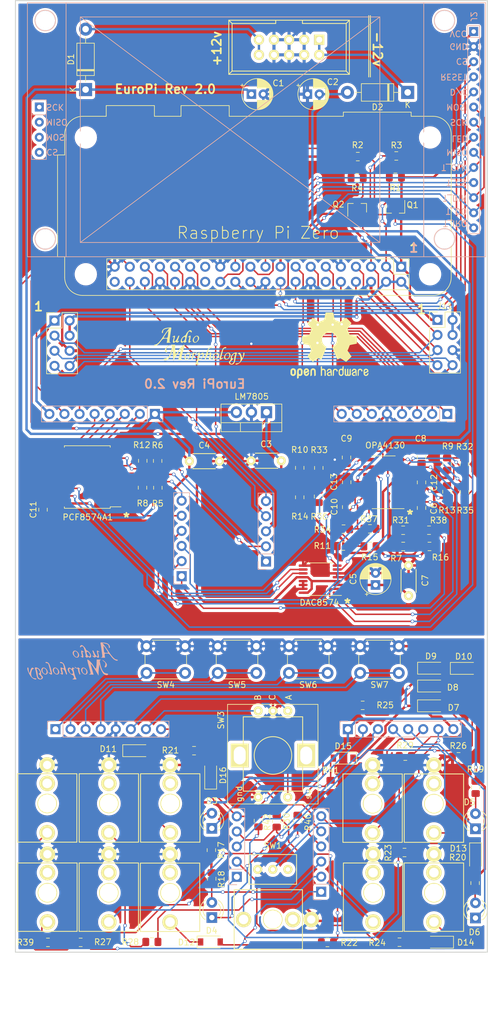
<source format=kicad_pcb>
(kicad_pcb (version 20210228) (generator pcbnew)
  (title_block (title "Europi Rev") (date "12-Mar-2021") (rev "2.0") (company "Audio Morphology Ltd"))
  (layers (0 "F.Cu" signal) (31 "B.Cu" signal) (34 "B.Paste" user) (35 "F.Paste" user) (36 "B.SilkS" user "B.Silkscreen") (37 "F.SilkS" user "F.Silkscreen") (38 "B.Mask" user) (39 "F.Mask" user) (44 "Edge.Cuts" user))
  (net 0 "")
  (net 1 "+12V")
  (net 2 "GND")
  (net 3 "-12V")
  (net 4 "+5V")
  (net 5 "Net-(D1-Pad2)")
  (net 6 "Net-(D2-Pad1)")
  (net 7 "P4_2")
  (net 8 "Net-(D3-Pad2)")
  (net 9 "P4_3")
  (net 10 "Net-(D4-Pad2)")
  (net 11 "P4_4")
  (net 12 "Net-(D5-Pad2)")
  (net 13 "P4_5")
  (net 14 "Net-(D6-Pad2)")
  (net 15 "+3V3")
  (net 16 "P2_5")
  (net 17 "P2_6")
  (net 18 "Net-(D11-Pad1)")
  (net 19 "Net-(D11-Pad2)")
  (net 20 "Net-(D12-Pad1)")
  (net 21 "Net-(D12-Pad2)")
  (net 22 "Net-(D13-Pad1)")
  (net 23 "Net-(D13-Pad2)")
  (net 24 "Net-(D14-Pad1)")
  (net 25 "Net-(D14-Pad2)")
  (net 26 "Net-(J1-Pad3)")
  (net 27 "Net-(J2-Pad3)")
  (net 30 "Net-(J5-Pad3)")
  (net 32 "Net-(J6-Pad3)")
  (net 35 "Pi_5v")
  (net 36 "SDA_LV")
  (net 37 "SCL_LV")
  (net 40 "SPI_MOSI")
  (net 41 "SPI_CLK")
  (net 42 "SPI_CE0")
  (net 43 "SPI_CE1")
  (net 44 "DACoutA")
  (net 45 "DACoutB")
  (net 46 "GPout1")
  (net 47 "GPout2")
  (net 48 "GPIO_12")
  (net 49 "GPIO_16")
  (net 50 "GPout3")
  (net 51 "GPout4")
  (net 52 "GPout5")
  (net 53 "GPout6")
  (net 54 "GPout7")
  (net 55 "GPout8")
  (net 56 "GPIO_20")
  (net 57 "GPIO_26")
  (net 58 "GPIO_5")
  (net 59 "GPIO_6")
  (net 60 "GPIO_13")
  (net 61 "GPIO_19")
  (net 62 "P2_1")
  (net 63 "P2_2")
  (net 64 "P2_3")
  (net 65 "P2_4")
  (net 66 "P2_7")
  (net 67 "P2_8")
  (net 68 "P4_6")
  (net 69 "P4_7")
  (net 70 "P6_1")
  (net 71 "P6_2")
  (net 72 "P6_3")
  (net 73 "P6_4")
  (net 74 "P6_6")
  (net 75 "P6_7")
  (net 76 "P6_8")
  (net 79 "SDA_HV")
  (net 80 "SCL_HV")
  (net 81 "Net-(R10-Pad2)")
  (net 82 "Net-(R13-Pad1)")
  (net 85 "VoutA")
  (net 86 "VoutB")
  (net 89 "VoutC")
  (net 90 "VoutD")
  (net 91 "P3_1")
  (net 92 "P3_2")
  (net 93 "P3_3")
  (net 94 "IRQ_2")
  (net 95 "IRQ_1")
  (net 96 "T_IRQ")
  (net 97 "SPI_MISO")
  (net 98 "DC")
  (net 99 "RESET")
  (net 100 "Net-(J13-Pad3)")
  (net 102 "Net-(J14-Pad3)")
  (net 104 "Net-(J16-Pad3)")
  (net 106 "DACoutD")
  (net 107 "DACoutC")
  (net 108 "CLK_OUT")
  (net 109 "ENC_SW")
  (net 110 "ENC_B")
  (net 111 "ENC_A")
  (net 112 "Net-(R16-Pad1)")
  (net 113 "Net-(R11-Pad2)")
  (net 114 "Net-(R32-Pad2)")
  (net 115 "Net-(R33-Pad2)")
  (net 116 "Net-(R34-Pad2)")
  (net 117 "Net-(R31-Pad2)")
  (footprint "Capacitor_THT:CP_Radial_D5.0mm_P2.00mm" (layer "F.Cu") (at 62.254888 33.23)
    (fp_text reference "C1")
    (fp_text value "10uF")
  )
  (footprint "Capacitor_THT:CP_Radial_D5.0mm_P2.00mm" (layer "F.Cu") (at 71.7 33.23)
    (fp_text reference "C2")
    (fp_text value "10uF")
  )
  (footprint "Capacitor_THT:CP_Radial_D5.0mm_P2.00mm" (layer "F.Cu") (at 83.16 115.755113 90)
    (fp_text reference "C5")
    (fp_text value "10uF")
  )
  (footprint "Capacitor_SMD:C_0805_2012Metric_Pad1.15x1.40mm_HandSolder" (layer "F.Cu") (at 27.15 103.1 90)
    (fp_text reference "C11")
    (fp_text value "10n")
  )
  (footprint "Diode_THT:D_DO-41_SOD81_P10.16mm_Horizontal" (layer "F.Cu") (at 34.32 32.46 90)
    (fp_text reference "D1")
    (fp_text value "1N5819")
  )
  (footprint "Diode_THT:D_DO-41_SOD81_P10.16mm_Horizontal" (layer "F.Cu") (at 88.58 32.94 180)
    (fp_text reference "D2")
    (fp_text value "1N5819")
  )
  (footprint "LED_THT:LED_D3.0mm" (layer "F.Cu") (at 55.59 156.68 90)
    (fp_text reference "D3")
    (fp_text value "LED")
  )
  (footprint "LED_THT:LED_D3.0mm" (layer "F.Cu") (at 55.59 171.68 90)
    (fp_text reference "D4")
    (fp_text value "LED")
  )
  (footprint "LED_THT:LED_D3.0mm" (layer "F.Cu") (at 100 156.75 90)
    (fp_text reference "D5")
    (fp_text value "LED")
  )
  (footprint "LED_THT:LED_D3.0mm" (layer "F.Cu") (at 100 171.75 90)
    (fp_text reference "D6")
    (fp_text value "LED")
  )
  (footprint "Diode_SMD:D_SOD-123" (layer "F.Cu") (at 92.49 136.08)
    (fp_text reference "D7")
    (fp_text value "1N4148")
  )
  (footprint "Diode_SMD:D_SOD-123" (layer "F.Cu") (at 92.5 132.75)
    (fp_text reference "D8")
    (fp_text value "1N4148")
  )
  (footprint "Diode_SMD:D_SOD-123" (layer "F.Cu") (at 92.5 129.75)
    (fp_text reference "D9")
    (fp_text value "1N4148")
  )
  (footprint "Diode_SMD:D_SOD-123" (layer "F.Cu") (at 98.02 129.78)
    (fp_text reference "D10")
    (fp_text value "1N4148")
  )
  (footprint "Diode_SMD:D_SOD-123" (layer "F.Cu") (at 42.83 143.62)
    (fp_text reference "D11")
    (fp_text value "1N4148")
  )
  (footprint "Diode_SMD:D_SOD-123" (layer "F.Cu") (at 55.35 175.78)
    (fp_text reference "D12")
    (fp_text value "1N4148")
  )
  (footprint "Diode_SMD:D_SOD-123" (layer "F.Cu") (at 100.01 161.38 -90)
    (fp_text reference "D13")
    (fp_text value "1N4148")
  )
  (footprint "Diode_SMD:D_SOD-123" (layer "F.Cu") (at 94.05 175.82 180)
    (fp_text reference "D14")
    (fp_text value "1N4148")
  )
  (footprint "Connect:IDC_Header_Straight_10pins" (layer "F.Cu") (at 73.68 24.08 180)
    (fp_text reference "Eurorack1" hide)
    (fp_text value "CONN_02X05")
  )
  (footprint "Europi:Thonkiconn" (layer "F.Cu") (at 27.85 152.5 180)
    (fp_text reference "J1" hide)
    (fp_text value "Thonkiconn")
  )
  (footprint "Europi:Thonkiconn" (layer "F.Cu") (at 38.24 152.5 180)
    (fp_text reference "J2" hide)
    (fp_text value "Thonkiconn")
  )
  (footprint "Europi:Thonkiconn" (layer "F.Cu") (at 48.58 152.5 180)
    (fp_text reference "J3" hide)
    (fp_text value "Thonkiconn")
  )
  (footprint "Europi:Thonkiconn" (layer "F.Cu") (at 48.55 167.52 180)
    (fp_text reference "J4" hide)
    (fp_text value "Thonkiconn")
  )
  (footprint "Europi:Thonkiconn" (layer "F.Cu") (at 82.67 152.53 180)
    (fp_text reference "J5" hide)
    (fp_text value "Thonkiconn")
  )
  (footprint "Europi:Thonkiconn" (layer "F.Cu") (at 82.7532 167.5059 180)
    (fp_text reference "J6" hide)
    (fp_text value "Thonkiconn")
  )
  (footprint "Europi:Thonkiconn" (layer "F.Cu") (at 93 152.53 180)
    (fp_text reference "J7" hide)
    (fp_text value "Thonkiconn")
  )
  (footprint "Europi:Thonkiconn" (layer "F.Cu") (at 93 167.5 180)
    (fp_text reference "J8" hide)
    (fp_text value "Thonkiconn")
  )
  (footprint "Europi:Raspberry_Pi_Zero_Socketed" (layer "F.Cu") (at 87.485 62.245 -90)
    (fp_text reference "Pi1" hide)
    (fp_text value "Raspberry Pi")
  )
  (footprint "Package_TO_SOT_SMD:SOT-23" (layer "F.Cu") (at 86.51 52.48 -90)
    (fp_text reference "Q1")
    (fp_text value "BSS138")
  )
  (footprint "Package_TO_SOT_SMD:SOT-23" (layer "F.Cu") (at 80.07 52.37 90)
    (fp_text reference "Q2")
    (fp_text value "BSS138")
  )
  (footprint "Resistor_SMD:R_0805_2012Metric_Pad1.15x1.40mm_HandSolder" (layer "F.Cu") (at 86.51 47.22 180)
    (fp_text reference "R1")
    (fp_text value "10k")
  )
  (footprint "Resistor_SMD:R_0805_2012Metric_Pad1.15x1.40mm_HandSolder" (layer "F.Cu") (at 80.18 43.73)
    (fp_text reference "R2")
    (fp_text value "10k")
  )
  (footprint "Resistor_SMD:R_0805_2012Metric_Pad1.15x1.40mm_HandSolder" (layer "F.Cu") (at 86.66 43.62 180)
    (fp_text reference "R3")
    (fp_text value "10k")
  )
  (footprint "Resistor_SMD:R_0805_2012Metric_Pad1.15x1.40mm_HandSolder" (layer "F.Cu") (at 80.07 47.29)
    (fp_text reference "R4")
    (fp_text value "10k")
  )
  (footprint "Resistor_SMD:R_0805_2012Metric_Pad1.15x1.40mm_HandSolder" (layer "F.Cu") (at 46.49 99.41 -90)
    (fp_text reference "R5")
    (fp_text value "10k")
  )
  (footprint "Resistor_SMD:R_0805_2012Metric_Pad1.15x1.40mm_HandSolder" (layer "F.Cu") (at 46.46 94.9 90)
    (fp_text reference "R6")
    (fp_text value "10k")
  )
  (footprint "Resistor_SMD:R_0805_2012Metric_Pad1.15x1.40mm_HandSolder" (layer "F.Cu") (at 43.91 99.4 -90)
    (fp_text reference "R8")
    (fp_text value "10k")
  )
  (footprint "Resistor_SMD:R_0805_2012Metric_Pad1.15x1.40mm_HandSolder" (layer "F.Cu") (at 43.95 94.88 90)
    (fp_text reference "R12")
    (fp_text value "10k")
  )
  (footprint "Resistor_SMD:R_0805_2012Metric_Pad1.15x1.40mm_HandSolder" (layer "F.Cu") (at 55.51 160.34 -90)
    (fp_text reference "R17")
    (fp_text value "220R")
  )
  (footprint "Resistor_SMD:R_0805_2012Metric_Pad1.15x1.40mm_HandSolder" (layer "F.Cu") (at 55.57 165.15 90)
    (fp_text reference "R18")
    (fp_text value "220R")
  )
  (footprint "Resistor_SMD:R_0805_2012Metric_Pad1.15x1.40mm_HandSolder" (layer "F.Cu") (at 100.03 149.8 90)
    (fp_text reference "R19")
    (fp_text value "220R")
  )
  (footprint "Resistor_SMD:R_0805_2012Metric_Pad1.15x1.40mm_HandSolder" (layer "F.Cu") (at 99.94 165.88 90)
    (fp_text reference "R20")
    (fp_text value "220R")
  )
  (footprint "Resistor_SMD:R_0805_2012Metric_Pad1.15x1.40mm_HandSolder" (layer "F.Cu") (at 52.59 143.62)
    (fp_text reference "R21")
    (fp_text value "470R")
  )
  (footprint "Resistor_SMD:R_0805_2012Metric_Pad1.15x1.40mm_HandSolder" (layer "F.Cu") (at 75.06 175.87)
    (fp_text reference "R22")
    (fp_text value "470R")
  )
  (footprint "Resistor_SMD:R_0805_2012Metric_Pad1.15x1.40mm_HandSolder" (layer "F.Cu") (at 88.045 160.74 180)
    (fp_text reference "R23")
    (fp_text value "470R")
  )
  (footprint "Resistor_SMD:R_0805_2012Metric_Pad1.15x1.40mm_HandSolder" (layer "F.Cu") (at 87.2 175.82 180)
    (fp_text reference "R24")
    (fp_text value "470R")
  )
  (footprint "Resistor_SMD:R_0805_2012Metric_Pad1.15x1.40mm_HandSolder" (layer "F.Cu") (at 81 136 180)
    (fp_text reference "R25")
    (fp_text value "3m6")
  )
  (footprint "Resistor_SMD:R_0805_2012Metric_Pad1.15x1.40mm_HandSolder" (layer "F.Cu") (at 97.15 144.65)
    (fp_text reference "R26")
    (fp_text value "3m6")
  )
  (footprint "Resistor_SMD:R_0805_2012Metric_Pad1.15x1.40mm_HandSolder" (layer "F.Cu") (at 33.49 175.85)
    (fp_text reference "R27")
    (fp_text value "220R")
  )
  (footprint "Resistor_SMD:R_0805_2012Metric_Pad1.15x1.40mm_HandSolder" (layer "F.Cu") (at 45.485 175.78)
    (fp_text reference "R28")
    (fp_text value "220R")
  )
  (footprint "Resistor_SMD:R_0805_2012Metric_Pad1.15x1.40mm_HandSolder" (layer "F.Cu") (at 88.18 144.54)
    (fp_text reference "R29")
    (fp_text value "1K")
  )
  (footprint "Resistor_SMD:R_0805_2012Metric_Pad1.15x1.40mm_HandSolder" (layer "F.Cu") (at 66.51 155.44 -90)
    (fp_text reference "R30")
    (fp_text value "1K")
  )
  (footprint "Europi:SPDT_Switch" (layer "F.Cu") (at 65.86 163.58 180)
    (fp_text reference "SW1")
    (fp_text value "SW_SPDT")
  )
  (footprint "Europi:Rotary_encoder_sw_concise" (layer "F.Cu") (at 65.785 144.435 -90)
    (fp_text reference "SW3")
    (fp_text value "RotaryEncoder_Switch")
  )
  (footprint "Button_Switch_THT:SW_PUSH_6mm" (layer "F.Cu") (at 51.08 130.55 180)
    (fp_text reference "SW4")
    (fp_text value "BTN_1")
  )
  (footprint "Button_Switch_THT:SW_PUSH_6mm" (layer "F.Cu") (at 63.08 130.55 180)
    (fp_text reference "SW5")
    (fp_text value "BTN_2")
  )
  (footprint "Button_Switch_THT:SW_PUSH_6mm" (layer "F.Cu") (at 75.08 130.55 180)
    (fp_text reference "SW6")
    (fp_text value "BTN_3")
  )
  (footprint "Button_Switch_THT:SW_PUSH_6mm" (layer "F.Cu") (at 87.08 130.55 180)
    (fp_text reference "SW7")
    (fp_text value "BTN_4")
  )
  (footprint "Package_SO:SOIC-16W_7.5x10.3mm_P1.27mm" (layer "F.Cu") (at 34.61 97.61 180)
    (fp_text reference "PCF8574A1")
    (fp_text value "PCF8574A")
  )
  (footprint "europi:AM_Logo" (layer "F.Cu") (at 53.462764 75.548619)
    (fp_text reference "" hide)
    (fp_text value "" hide)
  )
  (footprint "Symbols:OSHW-Logo2_14.6x12mm_SilkScreen" (layer "F.Cu") (at 75.4 75.48)
    (fp_text reference "" hide)
    (fp_text value "" hide)
  )
  (footprint "Capacitor_SMD:C_0805_2012Metric_Pad1.15x1.40mm_HandSolder" (layer "F.Cu") (at 90.915 94.26 90)
    (fp_text reference "C8")
    (fp_text value "10n")
  )
  (footprint "Resistor_SMD:R_0805_2012Metric_Pad1.15x1.40mm_HandSolder" (layer "F.Cu") (at 98.105 95.45 -90)
    (fp_text reference "R32")
    (fp_text value "1k")
  )
  (footprint "Resistor_SMD:R_0805_2012Metric_Pad1.15x1.40mm_HandSolder" (layer "F.Cu") (at 70.04 155.48 90)
    (fp_text reference "R40")
    (fp_text value "220R")
  )
  (footprint "Europi:Thonkiconn" (layer "F.Cu") (at 65.85 172 90)
    (fp_text reference "J16" hide)
    (fp_text value "Thonkiconn")
  )
  (footprint "Diode_SMD:D_SOD-123" (layer "F.Cu") (at 77.72 144.87 180)
    (fp_text reference "D15")
    (fp_text value "1N4148")
  )
  (footprint "Resistor_SMD:R_0805_2012Metric_Pad1.15x1.40mm_HandSolder" (layer "F.Cu") (at 82.225 106.32)
    (fp_text reference "R37")
    (fp_text value "2k2")
  )
  (footprint "Europi:Thonkiconn" (layer "F.Cu") (at 38.23 167.5 180)
    (fp_text reference "J14" hide)
    (fp_text value "Thonkiconn")
  )
  (footprint "Resistor_SMD:R_0805_2012Metric_Pad1.15x1.40mm_HandSolder" (layer "F.Cu") (at 70.395 101.015 -90)
    (fp_text reference "R14")
    (fp_text value "200k")
  )
  (footprint "Capacitor_SMD:C_0805_2012Metric_Pad1.15x1.40mm_HandSolder" (layer "F.Cu") (at 78.305 102.66 90)
    (fp_text reference "C10")
    (fp_text value "10n")
  )
  (footprint "Diode_SMD:D_SOD-123" (layer "F.Cu") (at 55.39 147.83 90)
    (fp_text reference "D16")
    (fp_text value "1N4148")
  )
  (footprint "Resistor_SMD:R_0805_2012Metric_Pad1.15x1.40mm_HandSolder" (layer "F.Cu") (at 75.6 149.625 90)
    (fp_text reference "R41")
    (fp_text value "3m6")
  )
  (footprint "Package_SO:SOIC-14_3.9x8.7mm_P1.27mm" (layer "F.Cu") (at 84.535 98.49 180)
    (fp_text reference "OPA4130")
    (fp_text value "OPA4134")
  )
  (footprint "Resistor_SMD:R_0805_2012Metric_Pad1.15x1.40mm_HandSolder" (layer "F.Cu") (at 87.815 106.56)
    (fp_text reference "R31")
    (fp_text value "1k")
  )
  (footprint "Resistor_SMD:R_0805_2012Metric_Pad1.15x1.40mm_HandSolder" (layer "F.Cu") (at 77.775 106.37)
    (fp_text reference "R34")
    (fp_text value "1k")
  )
  (footprint "Capacitor_SMD:C_0805_2012Metric_Pad1.15x1.40mm_HandSolder" (layer "F.Cu") (at 90.915 98.51 90)
    (fp_text reference "C12")
    (fp_text value "10n")
  )
  (footprint "Capacitor_SMD:C_0805_2012Metric_Pad1.15x1.40mm_HandSolder" (layer "F.Cu") (at 78.305 98.48 90)
    (fp_text reference "C13")
    (fp_text value "10n")
  )
  (footprint "Europi:tantalum_capacitor" (layer "F.Cu") (at 54.34 94.94)
    (fp_text reference "C4")
    (fp_text value "100n")
  )
  (footprint "Europi:tantalum_capacitor" (layer "F.Cu") (at 88.73 115.02 90)
    (fp_text reference "C7")
    (fp_text value "100n")
  )
  (footprint "Resistor_SMD:R_0805_2012Metric_Pad1.15x1.40mm_HandSolder" (layer "F.Cu") (at 73.605 96.075 -90)
    (fp_text reference "R33")
    (fp_text value "1k")
  )
  (footprint "Resistor_SMD:R_0805_2012Metric_Pad1.15x1.40mm_HandSolder" (layer "F.Cu") (at 95.225 95.42 90)
    (fp_text reference "R9")
    (fp_text value "1k")
  )
  (footprint "Resistor_SMD:R_0805_2012Metric_Pad1.15x1.40mm_HandSolder" (layer "F.Cu") (at 70.395 96.06 -90)
    (fp_text reference "R10")
    (fp_text value "1k")
  )
  (footprint "Resistor_SMD:R_0805_2012Metric_Pad1.15x1.40mm_HandSolder" (layer "F.Cu") (at 77.725 109.22)
    (fp_text reference "R11")
    (fp_text value "1k")
  )
  (footprint "Capacitor_SMD:C_0805_2012Metric_Pad1.15x1.40mm_HandSolder" (layer "F.Cu") (at 90.915 102.81 -90)
    (fp_text reference "C6")
    (fp_text value "10n")
  )
  (footprint "Resistor_SMD:R_0805_2012Metric_Pad1.15x1.40mm_HandSolder" (layer "F.Cu") (at 73.565 100.875 -90)
    (fp_text reference "R36")
    (fp_text value "2k2")
  )
  (footprint "Europi:tantalum_capacitor" (layer "F.Cu") (at 64.74 94.87 180)
    (fp_text reference "C3")
    (fp_text value "330n")
  )
  (footprint "Package_TO_SOT_THT:TO-220-3_Vertical" (layer "F.Cu") (at 64.7954 86.7104 180)
    (fp_text reference "LM7805")
    (fp_text value "LM7805_TO220")
  )
  (footprint "Europi:Thonkiconn" (layer "F.Cu") (at 27.89 167.5 180)
    (fp_text reference "J13" hide)
    (fp_text value "Thonkiconn")
  )
  (footprint "Resistor_SMD:R_0805_2012Metric_Pad1.15x1.40mm_HandSolder" (layer "F.Cu") (at 87.825 109.28)
    (fp_text reference "R7")
    (fp_text value "1k")
  )
  (footprint "Resistor_SMD:R_0805_2012Metric_Pad1.15x1.40mm_HandSolder" (layer "F.Cu") (at 98.175 100.115 90)
    (fp_text reference "R35")
    (fp_text value "2k2")
  )
  (footprint "Resistor_SMD:R_0805_2012Metric_Pad1.15x1.40mm_HandSolder" (layer "F.Cu") (at 92.175 106.55 180)
    (fp_text reference "R38")
    (fp_text value "2k2")
  )
  (footprint "Resistor_SMD:R_0805_2012Metric_Pad1.15x1.40mm_HandSolder" (layer "F.Cu") (at 27.98 175.85)
    (fp_text reference "R39")
    (fp_text value "220R")
  )
  (footprint "Connector_PinHeader_2.54mm:PinHeader_2x04_P2.54mm_Vertical" (layer "F.Cu") (at 93.6 71.18)
    (fp_text reference "J11")
    (fp_text value "Conn_02x04_Odd_Even")
  )
  (footprint "Resistor_SMD:R_0805_2012Metric_Pad1.15x1.40mm_HandSolder" (layer "F.Cu") (at 63.44 155.4 90)
    (fp_text reference "R42")
    (fp_text value "1K")
  )
  (footprint "Capacitor_SMD:C_0805_2012Metric_Pad1.15x1.40mm_HandSolder" (layer "F.Cu") (at 78.275 94.32 90)
    (fp_text reference "C9")
    (fp_text value "10n")
  )
  (footprint "Resistor_SMD:R_0805_2012Metric_Pad1.15x1.40mm_HandSolder" (layer "F.Cu") (at 92.255 109.28 180)
    (fp_text reference "R16")
    (fp_text value "200k")
  )
  (footprint "Package_SO:TSSOP-16_4.4x5mm_P0.65mm" (layer "F.Cu") (at 73.83 114.78 180)
    (fp_text reference "DAC8574")
    (fp_text value "DAC8574")
  )
  (footprint "Connector_PinHeader_2.54mm:PinHeader_2x04_P2.54mm_Vertical" (layer "F.Cu") (at 29.0858 71.2954)
    (fp_text reference "J9" hide)
    (fp_text value "Conn_02x04_Odd_Even")
  )
  (footprint "Resistor_SMD:R_0805_2012Metric_Pad1.15x1.40mm_HandSolder" (layer "F.Cu") (at 82.225 109.27)
    (fp_text reference "R15")
    (fp_text value "200k")
  )
  (footprint "Resistor_SMD:R_0805_2012Metric_Pad1.15x1.40mm_HandSolder" (layer "F.Cu") (at 95.195 100.08 -90)
    (fp_text reference "R13")
    (fp_text value "200k")
  )
  (footprint "Connector_PinHeader_2.54mm:PinHeader_1x08_P2.54mm_Vertical" (layer "B.Cu") (at 46 87 90)
    (fp_text reference "P3" hide)
    (fp_text value "Conn_01x08")
  )
  (footprint "Connector_PinHeader_2.54mm:PinHeader_1x08_P2.54mm_Vertical" (layer "B.Cu") (at 95.25 87 90)
    (fp_text reference "P4" hide)
    (fp_text value "Conn_01x08")
  )
  (footprint "Connector_PinHeader_2.54mm:PinHeader_1x08_P2.54mm_Vertical" (layer "B.Cu") (at 78.5 140 -90)
    (fp_text reference "P6" hide)
    (fp_text value "Conn_01x08")
  )
  (footprint "Connector_PinHeader_2.54mm:PinHeader_1x08_P2.54mm_Vertical" (layer "B.Cu") (at 29.25 140 -90)
    (fp_text reference "P7" hide)
    (fp_text value "Conn_01x08")
  )
  (footprint "europi:AM_Logo" (layer "B.Cu") (at 32.127237 128.498619 180)
    (fp_text reference "" hide)
    (fp_text value "" hide)
  )
  (footprint "Connector_PinHeader_2.54mm:PinHeader_1x06_P2.54mm_Vertical" (layer "B.Cu") (at 50.5 114.28)
    (fp_text reference "J17" hide)
    (fp_text value "Conn_01x06")
  )
  (footprint "Connector_PinHeader_2.54mm:PinHeader_1x05_P2.54mm_Vertical" (layer "B.Cu") (at 64.71 111.81)
    (fp_text reference "J18" hide)
    (fp_text value "Conn_01x05")
  )
  (footprint "Europi:MSP2402" (layer "B.Cu") (at 99.7 22.7 180)
    (fp_text reference "J10" hide)
    (fp_text value "Conn_01x14")
  )
  (footprint "Connector_PinHeader_2.54mm:PinHeader_1x06_P2.54mm_Vertical" (layer "B.Cu") (at 74.01 167.34)
    (fp_text reference "J19" hide)
    (fp_text value "Conn_01x06")
  )
  (footprint "Connector_PinHeader_2.54mm:PinHeader_1x05_P2.54mm_Vertical" (layer "B.Cu") (at 59.79 164.825)
    (fp_text reference "J20" hide)
    (fp_text value "Conn_01x05")
  )
  (gr_line (start 82.3 20.03) (end 82.3 30.34) (layer "F.SilkS") (width 0.15))
  (gr_line (start 82.02 20.03) (end 82.02 30.34) (layer "F.SilkS") (width 0.15))
  (gr_line (start 102 177.5) (end 22.5 177.5) (angle 90) (layer "Edge.Cuts") (width 0.15))
  (gr_line (start 102 17.5) (end 102 177.5) (angle 90) (layer "Edge.Cuts") (width 0.15))
  (gr_line (start 22.5 17.5) (end 102 17.5) (angle 90) (layer "Edge.Cuts") (width 0.15))
  (gr_line (start 22.5 177.5) (end 22.5 17.5) (angle 90) (layer "Edge.Cuts") (width 0.15))
  (gr_text "EuroPi Rev 2.0" (at 52.7 81.96) (layer "B.SilkS") (effects (font (size 1.5 1.5) (thickness 0.3)) (justify mirror)))
  (gr_text "1" (at 89.59 59.08) (layer "B.SilkS") (effects (font (size 1.5 1.5) (thickness 0.3)) (justify mirror)))
  (gr_text "1" (at 90.92 69.41) (layer "F.SilkS") (effects (font (size 1.5 1.5) (thickness 0.3))))
  (gr_text "+12v" (at 56.41 25.58 90) (layer "F.SilkS") (effects (font (size 1.5 1.5) (thickness 0.3))))
  (gr_text "*" (at 88.97 103.98) (layer "F.SilkS") (effects (font (size 1.5 1.5) (thickness 0.3))))
  (gr_text "1" (at 89.62 59.07) (layer "F.SilkS") (effects (font (size 1.5 1.5) (thickness 0.3))))
  (gr_text "EuroPi Rev 2.0" (at 47.75 32.39) (layer "F.SilkS") (effects (font (size 1.5 1.5) (thickness 0.3))))
  (gr_text "*" (at 78.43 118.92) (layer "F.SilkS") (effects (font (size 1.5 1.5) (thickness 0.3))))
  (gr_text "1" (at 26.39 68.95) (layer "F.SilkS") (effects (font (size 1.5 1.5) (thickness 0.3))))
  (gr_text "*" (at 41.2 104.46) (layer "F.SilkS") (effects (font (size 1.5 1.5) (thickness 0.3))))
  (gr_text "-12v" (at 83.5 25.68 270) (layer "F.SilkS") (effects (font (size 1.5 1.5) (thickness 0.3))))
  (segment (start 93.73 101.1) (end 95.19 101.1) (width 0.4) (layer "F.Cu") (net 1))
  (segment (start 87.01 98.49) (end 89.87 98.49) (width 0.4) (layer "F.Cu") (net 1))
  (segment (start 67.28 100.83) (end 67.28 94.87) (width 0.4) (layer "F.Cu") (net 1))
  (segment (start 78.04002 110.37002) (end 82.14998 110.37002) (width 0.4) (layer "F.Cu") (net 1))
  (segment (start 77.72 110.05) (end 78.04002 110.37002) (width 0.4) (layer "F.Cu") (net 1))
  (segment (start 77.72 108.26) (end 77.72 110.05) (width 0.4) (layer "F.Cu") (net 1))
  (segment (start 91.23 109.28) (end 91.23 110.32) (width 0.4) (layer "F.Cu") (net 1))
  (segment (start 76.115 107.76) (end 77.22 107.76) (width 0.4) (layer "F.Cu") (net 1))
  (segment (start 70.395 102.04) (end 76.115 107.76) (width 0.4) (layer "F.Cu") (net 1))
  (segment (start 90.915 99.535) (end 91.855 99.535) (width 0.4) (layer "F.Cu") (net 1))
  (segment (start 70.395 102.04) (end 68.49 102.04) (width 0.4) (layer "F.Cu") (net 1))
  (segment (start 83.25 109.32) (end 84.82 110.89) (width 0.4) (layer "F.Cu") (net 1))
  (segment (start 68.49 102.04) (end 67.28 100.83) (width 0.4) (layer "F.Cu") (net 1))
  (segment (start 91.23 110.32) (end 90.66 110.89) (width 0.4) (layer "F.Cu") (net 1))
  (segment (start 77.22 107.76) (end 77.72 108.26) (width 0.4) (layer "F.Cu") (net 1))
  (segment (start 84.43 100.095) (end 86.035 98.49) (width 0.4) (layer "F.Cu") (net 1))
  (segment (start 83.25 109.27) (end 84.43 108.09) (width 0.4) (layer "F.Cu") (net 1))
  (segment (start 89.87 98.49) (end 90.915 99.535) (width 0.4) (layer "F.Cu") (net 1))
  (segment (start 95.19 101.1) (end 95.195 101.105) (width 0.4) (layer "F.Cu") (net 1))
  (segment (start 91.855 99.535) (end 92.3 99.98) (width 0.4) (layer "F.Cu") (net 1))
  (segment (start 83.25 109.27) (end 83.25 109.32) (width 0.4) (layer "F.Cu") (net 1))
  (segment (start 86.035 98.49) (end 87.01 98.49) (width 0.4) (layer "F.Cu") (net 1))
  (segment (start 82.14998 110.37002) (end 83.25 109.27) (width 0.4) (layer "F.Cu") (net 1))
  (segment (start 64.79 87.95) (end 64.79 86.75) (width 0.4) (layer "F.Cu") (net 1))
  (segment (start 62.39 90.35) (end 64.79 87.95) (width 0.4) (layer "F.Cu") (net 1))
  (segment (start 84.43 108.09) (end 84.43 100.095) (width 0.4) (layer "F.Cu") (net 1))
  (segment (start 46.5 90.35) (end 62.39 90.35) (width 0.4) (layer "F.Cu") (net 1))
  (via (at 90.66 110.89) (size 0.6) (drill 0.4) (layers "F.Cu" "B.Cu") (net 1))
  (via (at 92.3 99.98) (size 0.6) (drill 0.4) (layers "F.Cu" "B.Cu") (net 1))
  (via (at 46.5 90.35) (size 0.6) (drill 0.4) (layers "F.Cu" "B.Cu") (net 1))
  (via (at 93.73 101.1) (size 0.6) (drill 0.4) (layers "F.Cu" "B.Cu") (net 1))
  (via (at 84.82 110.89) (size 0.6) (drill 0.4) (layers "F.Cu" "B.Cu") (net 1))
  (segment (start 64.79 92.38) (end 67.28 94.87) (width 0.4) (layer "B.Cu") (net 1))
  (segment (start 92.3 99.98) (end 92.61 99.98) (width 0.4) (layer "B.Cu") (net 1))
  (segment (start 34.32 32.46) (end 61.484888 32.46) (width 0.4) (layer "B.Cu") (net 1))
  (segment (start 92.61 99.98) (end 93.73 101.1) (width 0.4) (layer "B.Cu") (net 1))
  (segment (start 46.5 90.35) (end 25.1 90.35) (width 0.4) (layer "B.Cu") (net 1))
  (segment (start 84.82 110.89) (end 90.66 110.89) (width 0.4) (layer "B.Cu") (net 1))
  (segment (start 24.38 33.85) (end 25.77 32.46) (width 0.4) (layer "B.Cu") (net 1))
  (segment (start 25.77 32.46) (end 34.32 32.46) (width 0.4) (layer "B.Cu") (net 1))
  (segment (start 24.37 89.62) (end 24.37 35.30598) (width 0.4) (layer "B.Cu") (net 1))
  (segment (start 25.1 90.35) (end 24.37 89.62) (width 0.4) (layer "B.Cu") (net 1))
  (segment (start 24.37 35.30598) (end 24.38 35.29598) (width 0.4) (layer "B.Cu") (net 1))
  (segment (start 24.38 35.29598) (end 24.38 33.85) (width 0.4) (layer "B.Cu") (net 1))
  (segment (start 61.484888 32.46) (end 62.254888 33.23) (width 0.4) (layer "B.Cu") (net 1))
  (segment (start 64.79 86.75) (end 64.79 92.38) (width 0.4) (layer "B.Cu") (net 1))
  (segment (start 78.305 97.455) (end 77.99 97.77) (width 0.4) (layer "F.Cu") (net 2))
  (segment (start 70.9675 115.105) (end 70.9675 115.755) (width 0.4) (layer "F.Cu") (net 2))
  (segment (start 74.72 113.75) (end 73.475 112.505) (width 0.4) (layer "F.Cu") (net 2))
  (segment (start 93 146.05) (end 94.725 146.05) (width 0.4) (layer "F.Cu") (net 2))
  (segment (start 74.775 113.805) (end 76.6925 113.805) (width 0.4) (layer "F.Cu") (net 2))
  (segment (start 78.795 93.295) (end 78.275 93.295) (width 0.4) (layer "F.Cu") (net 2))
  (segment (start 70.395 95.035) (end 70.395 94.085) (width 0.4) (layer "F.Cu") (net 2))
  (segment (start 82.7532 161.0259) (end 85.5673 163.84) (width 0.4) (layer "F.Cu") (net 2))
  (segment (start 92.43 127.49) (end 97.95 127.49) (width 0.4) (layer "F.Cu") (net 2))
  (segment (start 82.38 127.85) (end 80.58 126.05) (width 0.4) (layer "F.Cu") (net 2))
  (segment (start 92.405 93.235) (end 93.15 93.98) (width 0.4) (layer "F.Cu") (net 2))
  (segment (start 76.7 109.22) (end 76.125 109.22) (width 0.4) (layer "F.Cu") (net 2))
  (segment (start 91.805 97.485) (end 93.029999 98.709999) (width 0.4) (layer "F.Cu") (net 2))
  (segment (start 56.88 94.94) (end 62.13 94.94) (width 0.4) (layer "F.Cu") (net 2))
  (segment (start 93.029999 101.413997) (end 93.070001 101.453999) (width 0.4) (layer "F.Cu") (net 2))
  (segment (start 75.6 150.65) (end 78.07 150.65) (width 0.4) (layer "F.Cu") (net 2))
  (segment (start 95.450001 110.839999) (end 95.450001 105.040001) (width 0.4) (layer "F.Cu") (net 2))
  (segment (start 71.97 122.8) (end 90.33 122.8) (width 0.4) (layer "F.Cu") (net 2))
  (segment (start 62.2554 75.2154) (end 62.24 75.2) (width 0.4) (layer "F.Cu") (net 2))
  (segment (start 63.32 163.58) (end 68.5 168.76) (width 0.4) (layer "F.Cu") (net 2))
  (segment (start 86.8 110.55) (end 88.73 112.48) (width 0.4) (layer "F.Cu") (net 2))
  (segment (start 91.931002 97.485) (end 91.805 97.485) (width 0.4) (layer "F.Cu") (net 2))
  (segment (start 70.9675 116.405) (end 70.172864 116.405) (width 0.4) (layer "F.Cu") (net 2))
  (segment (start 98.98 146.05) (end 100.51 144.52) (width 0.4) (layer "F.Cu") (net 2))
  (segment (start 76.6925 114.455) (end 77.925 114.455) (width 0.4) (layer "F.Cu") (net 2))
  (segment (start 30.375789 61.444211) (end 32.17 59.65) (width 0.4) (layer "F.Cu") (net 2))
  (segment (start 68.58 119.41) (end 71.97 122.8) (width 0.4) (layer "F.Cu") (net 2))
  (segment (start 78.275 92.845) (end 78.275 93.295) (width 0.4) (layer "F.Cu") (net 2))
  (segment (start 55.47 94.94) (end 56.88 94.94) (width 0.4) (layer "F.Cu") (net 2))
  (segment (start 94.725 146.05) (end 96.125 144.65) (width 0.4) (layer "F.Cu") (net 2))
  (segment (start 76.96 98.8) (end 78.305 97.455) (width 0.4) (layer "F.Cu") (net 2))
  (segment (start 72.26 92.22) (end 77.65 92.22) (width 0.4) (layer "F.Cu") (net 2))
  (segment (start 80.44 163.3391) (end 82.7532 161.0259) (width 0.4) (layer "F.Cu") (net 2))
  (segment (start 80.44 170.13) (end 80.44 163.3391) (width 0.4) (layer "F.Cu") (net 2))
  (segment (start 93.070001 101.453999) (end 93.070001 102.379999) (width 0.4) (layer "F.Cu") (net 2))
  (segment (start 72.33 172) (end 72.57 172.24) (width 0.4) (layer "F.Cu") (net 2))
  (segment (start 85.09 87) (end 90.915 92.825) (width 0.4) (layer "F.Cu") (net 2))
  (segment (start 90.77 116.95) (end 88.73 114.91) (width 0.4) (layer "F.Cu") (net 2))
  (segment (start 48.58 146.02) (end 55.23 146.02) (width 0.4) (layer "F.Cu") (net 2))
  (segment (start 93.15 93.98) (end 93.15 95.58) (width 0.4) (layer "F.Cu") (net 2))
  (segment (start 85.5673 163.84) (end 90.18 163.84) (width 0.4) (layer "F.Cu") (net 2))
  (segment (start 68.58 117.997864) (end 68.58 119.41) (width 0.4) (layer "F.Cu") (net 2))
  (segment (start 88.73 114.91) (end 88.73 112.48) (width 0.4) (layer "F.Cu") (net 2))
  (segment (start 65.885 128.745) (end 68.58 126.05) (width 0.4) (layer "F.Cu") (net 2))
  (segment (start 62.2554 86.7104) (end 62.2554 75.2154) (width 0.4) (layer "F.Cu") (net 2))
  (segment (start 39.26 100.785) (end 39.26 99.515) (width 0.4) (layer "F.Cu") (net 2))
  (segment (start 77.415 93.295) (end 78.275 93.295) (width 0.4) (layer "F.Cu") (net 2))
  (segment (start 100.51 130.62) (end 99.67 129.78) (width 0.4) (layer "F.Cu") (net 2))
  (segment (start 70.172864 116.405) (end 68.58 117.997864) (width 0.4) (layer "F.Cu") (net 2))
  (segment (start 91.615 103.835) (end 90.915 103.835) (width 0.4) (layer "F.Cu") (net 2))
  (segment (start 32.17 59.65) (end 36.63 59.65) (width 0.4) (layer "F.Cu") (net 2))
  (segment (start 83.110113 113.805) (end 83.16 113.755113) (width 0.4) (layer "F.Cu") (net 2))
  (segment (start 72.245 64.785) (end 72.245 71.233714) (width 0.4) (layer "F.Cu") (net 2))
  (segment (start 62.2 94.87) (end 63.89 94.87) (width 0.4) (layer "F.Cu") (net 2))
  (segment (start 55.23 146.02) (end 55.39 146.18) (width 0.4) (layer "F.Cu") (net 2))
  (segment (start 74.72 113.75) (end 74.775 113.805) (width 0.4) (layer "F.Cu") (net 2))
  (segment (start 82.025 136) (end 82.38 135.645) (width 0.4) (layer "F.Cu") (net 2))
  (segment (start 76.75 97.77) (end 76.15 97.17) (width 0.4) (layer "F.Cu") (net 2))
  (segment (start 31.6258 76.3754) (end 30.375789 75.125389) (width 0.4) (layer "F.Cu") (net 2))
  (segment (start 36.63 59.65) (end 39.225 62.245) (width 0.4) (layer "F.Cu") (net 2))
  (segment (start 62.13 94.94) (end 62.2 94.87) (width 0.4) (layer "F.Cu") (net 2))
  (segment (start 38.045 93.165) (end 39.26 93.165) (width 0.4) (layer "F.Cu") (net 2))
  (segment (start 70.275 95.035) (end 70.395 95.035) (width 0.4) (layer "F.Cu") (net 2))
  (segment (start 77.925 114.455) (end 78.375 114.005) (width 0.4) (layer "F.Cu") (net 2))
  (segment (start 39.26 99.515) (end 38.235 99.515) (width 0.4) (layer "F.Cu") (net 2))
  (segment (start 70.395 94.085) (end 72.26 92.22) (width 0.4) (layer "F.Cu") (net 2))
  (segment (start 65.7 93.06) (end 68.3 93.06) (width 0.4) (layer "F.Cu") (net 2))
  (segment (start 88.73 112.48) (end 93.81 112.48) (width 0.4) (layer "F.Cu") (net 2))
  (segment (start 78.33 172.24) (end 80.44 170.13) (width 0.4) (layer "F.Cu") (net 2))
  (segment (start 78.07 150.65) (end 82.67 146.05) (width 0.4) (layer "F.Cu") (net 2))
  (segment (start 60.945 151.425) (end 63.385 151.425) (width 0.4) (layer "F.Cu") (net 2))
  (segment (start 73.475 112.505) (end 70.9675 112.505) (width 0.4) (layer "F.Cu") (net 2))
  (segment (start 30.375789 75.125389) (end 30.375789 61.444211) (width 0.4) (layer "F.Cu") (net 2))
  (segment (start 76.3 94.41) (end 77.415 93.295) (width 0.4) (layer "F.Cu") (net 2))
  (segment (start 52.85 92.32) (end 55.47 94.94) (width 0.4) (layer "F.Cu") (net 2))
  (segment (start 83.16 113.755113) (end 87.454887 113.755113) (width 0.4) (layer "F.Cu") (net 2))
  (segment (start 93 146.05) (end 98.98 146.05) (width 0.4) (layer "F.Cu") (net 2))
  (segment (start 27.15 104.125) (end 37.19 104.125) (width 0.4) (layer "F.Cu") (net 2))
  (segment (start 94.015 96.445) (end 95.225 96.445) (width 0.4) (layer "F.Cu") (net 2))
  (segment (start 90.915 92.825) (end 90.915 93.235) (width 0.4) (layer "F.Cu") (net 2))
  (segment (start 72.245 71.233714) (end 72.183671 71.295043) (width 0.4) (layer "F.Cu") (net 2))
  (segment (start 93.029999 98.709999) (end 93.029999 101.413997) (width 0.4) (layer "F.Cu") (net 2))
  (segment (start 91.805 97.485) (end 90.915 97.485) (width 0.4) (layer "F.Cu") (net 2))
  (segment (start 93.15 96.266002) (end 91.931002 97.485) (width 0.4) (layer "F.Cu") (net 2))
  (segment (start 78.07 156.3427) (end 82.7532 161.0259) (width 0.4) (layer "F.Cu") (net 2))
  (segment (start 93.15 95.58) (end 93.15 96.266002) (width 0.4) (layer "F.Cu") (net 2))
  (segment (start 40.105 92.32) (end 52.85 92.32) (width 0.4) (layer "F.Cu") (net 2))
  (segment (start 88.92002 126.05) (end 90.36002 127.49) (width 0.4) (layer "F.Cu") (net 2))
  (segment (start 94.245 103.835) (end 90.915 103.835) (width 0.4) (layer "F.Cu") (net 2))
  (segment (start 90.915 93.235) (end 92.405 93.235) (width 0.4) (layer "F.Cu") (net 2))
  (segment (start 92.43 131.03) (end 94.15 132.75) (width 0.4) (layer "F.Cu") (net 2))
  (segment (start 93.81 112.48) (end 95.450001 110.839999) (width 0.4) (layer "F.Cu") (net 2))
  (segment (start 97.95 127.49) (end 99.67 129.21) (width 0.4) (layer "F.Cu") (net 2))
  (segment (start 78.375 113.805) (end 83.110113 113.805) (width 0.4) (layer "F.Cu") (net 2))
  (segment (start 68.3 93.06) (end 70.275 95.035) (width 0.4) (layer "F.Cu") (net 2))
  (segment (start 76.7 109.22) (end 74.2525 109.22) (width 0.4) (layer "F.Cu") (net 2))
  (segment (start 86.8 109.28) (end 86.8 110.55) (width 0.4) (layer "F.Cu") (net 2))
  (segment (start 99.67 129.21) (end 99.67 129.78) (width 0.4) (layer "F.Cu") (net 2))
  (segment (start 77.99 97.77) (end 76.75 97.77) (width 0.4) (layer "F.Cu") (net 2))
  (segment (start 93.070001 102.379999) (end 91.615 103.835) (width 0.4) (layer "F.Cu") (net 2))
  (segment (start 78.375 114.005) (end 78.375 113.805) (width 0.4) (layer "F.Cu") (net 2))
  (segment (start 36.934989 98.214989) (end 36.934989 94.275011) (width 0.4) (layer "F.Cu") (net 2))
  (segment (start 87.08 126.05) (end 88.92002 126.05) (width 0.4) (layer "F.Cu") (net 2))
  (segment (start 74.72 110.625) (end 74.72 113.75) (width 0.4) (layer "F.Cu") (net 2))
  (segment (start 55.7 146.18) (end 60.945 151.425) (width 0.4) (layer "F.Cu") (net 2))
  (segment (start 76.125 109.22) (end 74.72 110.625) (width 0.4) (layer "F.Cu") (net 2))
  (segment (start 70.17 168.76) (end 72.33 170.92) (width 0.4) (layer "F.Cu") (net 2))
  (segment (start 90.77 122.36) (end 90.77 116.95) (width 0.4) (layer "F.Cu") (net 2))
  (segment (start 78.07 150.65) (end 78.07 156.3427) (width 0.4) (layer "F.Cu") (net 2))
  (segment (start 76.6925 113.805) (end 78.375 113.805) (width 0.4) (layer "F.Cu") (net 2))
  (segment (start 77.65 92.22) (end 78.275 92.845) (width 0.4) (layer "F.Cu") (net 2))
  (segment (start 36.934989 94.275011) (end 38.045 93.165) (width 0.4) (layer "F.Cu") (net 2))
  (segment (start 72.57 172.24) (end 78.33 172.24) (width 0.4) (layer "F.Cu") (net 2))
  (segment (start 55.39 146.18) (end 55.7 146.18) (width 0.4) (layer "F.Cu") (net 2))
  (segment (start 76.96 100.29) (end 76.96 98.8) (width 0.4) (layer "F.Cu") (net 2))
  (segment (start 87.454887 113.755113) (end 88.73 112.48) (width 0.4) (layer "F.Cu") (net 2))
  (segment (start 68.5 168.76) (end 70.17 168.76) (width 0.4) (layer "F.Cu") (net 2))
  (segment (start 78.305 101.635) (end 76.96 100.29) (width 0.4) (layer "F.Cu") (net 2))
  (segment (start 90.36002 127.49) (end 92.43 127.49) (width 0.4) (layer "F.Cu") (net 2))
  (segment (start 93.15 95.58) (end 94.015 96.445) (width 0.4) (layer "F.Cu") (net 2))
  (segment (start 63.89 94.87) (end 65.7 93.06) (width 0.4) (layer "F.Cu") (net 2))
  (segment (start 76.3 94.69) (end 76.3 94.41) (width 0.4) (layer "F.Cu") (net 2))
  (segment (start 70.9675 115.755) (end 70.9675 116.405) (width 0.4) (layer "F.Cu") (net 2))
  (segment (start 37.19 104.125) (end 39.26 102.055) (width 0.4) (layer "F.Cu") (net 2))
  (segment (start 65.885 136.925) (end 65.885 128.745) (width 0.4) (layer "F.Cu") (net 2))
  (segment (start 39.26 93.165) (end 40.105 92.32) (width 0.4) (layer "F.Cu") (net 2))
  (segment (start 100.51 144.52) (end 100.51 130.62) (width 0.4) (layer "F.Cu") (net 2))
  (segment (start 95.450001 105.040001) (end 94.245 103.835) (width 0.4) (layer "F.Cu") (net 2))
  (segment (start 92.43 127.49) (end 92.43 131.03) (width 0.4) (layer "F.Cu") (net 2))
  (segment (start 39.41 140) (end 39.41 131.22) (width 0.4) (layer "F.Cu") (net 2))
  (segment (start 39.26 102.055) (end 39.26 100.785) (width 0.4) (layer "F.Cu") (net 2))
  (segment (start 85.09 87) (end 78.795 93.295) (width 0.4) (layer "F.Cu") (net 2))
  (segment (start 82.38 135.645) (end 82.38 127.85) (width 0.4) (layer "F.Cu") (net 2))
  (segment (start 38.235 99.515) (end 36.934989 98.214989) (width 0.4) (layer "F.Cu") (net 2))
  (segment (start 90.18 163.84) (end 93 161.02) (width 0.4) (layer "F.Cu") (net 2))
  (segment (start 39.41 131.22) (end 44.58 126.05) (width 0.4) (layer "F.Cu") (net 2))
  (segment (start 74.2525 109.22) (end 70.9675 112.505) (width 0.4) (layer "F.Cu") (net 2))
  (segment (start 90.33 122.8) (end 90.77 122.36) (width 0.4) (layer "F.Cu") (net 2))
  (via (at 76.15 97.17) (size 0.6) (drill 0.4) (layers "F.Cu" "B.Cu") (net 2))
  (via (at 72.183671 71.295043) (size 0.6) (drill 0.4) (layers "F.Cu" "B.Cu") (net 2))
  (via (at 76.3 94.69) (size 0.6) (drill 0.4) (layers "F.Cu" "B.Cu") (net 2))
  (via (at 62.24 75.2) (size 0.6) (drill 0.4) (layers "F.Cu" "B.Cu") (net 2))
  (segment (start 37.57 65.98) (end 38.33 66.74) (width 0.4) (layer "B.Cu") (net 2))
  (segment (start 51.925 64.785) (end 53.88 66.74) (width 0.4) (layer "B.Cu") (net 2))
  (segment (start 66.04293 67.405011) (end 67.466001 67.405011) (width 0.4) (layer "B.Cu") (net 2))
  (segment (start 68.6 24.08) (end 71.14 24.08) (width 0.4) (layer "B.Cu") (net 2))
  (segment (start 71.14 24.08) (end 71.14 26.62) (width 0.4) (layer "B.Cu") (net 2))
  (segment (start 62.25 86.75) (end 62.25 94.82) (width 0.4) (layer "B.Cu") (net 2))
  (segment (start 49.92 66.79) (end 51.925 64.785) (width 0.4) (layer "B.Cu") (net 2))
  (segment (start 98.399989 87.821467) (end 98.399989 78.519989) (width 0.4) (layer "B.Cu") (net 2))
  (segment (start 38.33 66.74) (end 44.89 66.74) (width 0.4) (layer "B.Cu") (net 2))
  (segment (start 27.27 146.02) (end 27.85 146.02) (width 0.4) (layer "B.Cu") (net 2))
  (segment (start 66.06 24.08) (end 68.6 24.08) (width 0.4) (layer "B.Cu") (net 2))
  (segment (start 66.06 26.62) (end 66.06 31.424888) (width 0.4) (layer "B.Cu") (net 2))
  (segment (start 68.6 26.62) (end 71.14 26.62) (width 0.4) (layer "B.Cu") (net 2))
  (segment (start 64.625 64.785) (end 64.625 65.987081) (width 0.4) (layer "B.Cu") (net 2))
  (segment (start 27.89 161.02) (end 24.3 157.43) (width 0.4) (layer "B.Cu") (net 2))
  (segment (start 75.08 126.05) (end 80.58 126.05) (width 0.4) (layer "B.Cu") (net 2))
  (segment (start 37.57 63.9) (end 37.57 65.98) (width 0.4) (layer "B.Cu") (net 2))
  (segment (start 98.399989 78.519989) (end 96.14 76.26) (width 0.4) (layer "B.Cu") (net 2))
  (segment (start 99.7 25.24) (end 88.077135 25.24) (width 0.4) (layer "B.Cu") (net 2))
  (segment (start 66.06 24.08) (end 66.06 26.62) (width 0.4) (layer "B.Cu") (net 2))
  (segment (start 51.08 126.05) (end 56.58 126.05) (width 0.4) (layer "B.Cu") (net 2))
  (segment (start 41.67 59.77) (end 54.53 59.77) (width 0.4) (layer "B.Cu") (net 2))
  (segment (start 80.58 126.05) (end 87.08 126.05) (width 0.4) (layer "B.Cu") (net 2))
  (segment (start 48.85 66.79) (end 49.92 66.79) (width 0.4) (layer "B.Cu") (net 2))
  (segment (start 64.254888 33.23) (end 71.7 33.23) (width 0.4) (layer "B.Cu") (net 2))
  (segment (start 97.73 88.491456) (end 98.399989 87.821467) (width 0.4) (layer "B.Cu") (net 2))
  (segment (start 64.625 65.987081) (end 66.04293 67.405011) (width 0.4) (layer "B.Cu") (net 2))
  (segment (start 85.127135 22.29) (end 70.39 22.29) (width 0.4) (layer "B.Cu") (net 2))
  (segment (start 71.14 26.62) (end 71.14 32.67) (width 0.4) (layer "B.Cu") (net 2))
  (segment (start 80.43 66.76) (end 82.405 64.785) (width 0.4) (layer "B.Cu") (net 2))
  (segment (start 38.23 161.02) (end 48.53 161.02) (width 0.4) (layer "B.Cu") (net 2))
  (segment (start 27.89 161.02) (end 38.23 161.02) (width 0.4) (layer "B.Cu") (net 2))
  (segment (start 88.077135 25.24) (end 85.127135 22.29) (width 0.4) (layer "B.Cu") (net 2))
  (segment (start 76.15 97.17) (end 76.15 94.84) (width 0.4) (layer "B.Cu") (net 2))
  (segment (start 38.24 141.17) (end 39.41 140) (width 0.4) (layer "B.Cu") (net 2))
  (segment (start 57.005 62.245) (end 64.254888 54.995112) (width 0.4) (layer "B.Cu") (net 2))
  (segment (start 67.481012 67.39) (end 69.64 67.39) (width 0.4) (layer "B.Cu") (net 2))
  (segment (start 86.581456 88.491456) (end 97.73 88.491456) (width 0.4) (layer "B.Cu") (net 2))
  (segment (start 46.845 64.785) (end 48.85 66.79) (width 0.4) (layer "B.Cu") (net 2))
  (segment (start 44.89 66.74) (end 46.845 64.785) (width 0.4) (layer "B.Cu") (net 2))
  (segment (start 76.15 94.84) (end 76.3 94.69) (width 0.4) (layer "B.Cu") (net 2))
  (segment (start 24.3 148.99) (end 27.27 146.02) (width 0.4) (layer "B.Cu") (net 2))
  (segment (start 62.24 75.2) (end 66.24 71.2) (width 0.4) (layer "B.Cu") (net 2))
  (segment (start 48.53 161.02) (end 48.55 161.04) (width 0.4) (layer "B.Cu") (net 2))
  (segment (start 68.6 24.08) (end 68.6 26.62) (width 0.4) (layer "B.Cu") (net 2))
  (segment (start 70.39 22.29) (end 68.6 24.08) (width 0.4) (layer "B.Cu") (net 2))
  (segment (start 54.53 59.77) (end 57.005 62.245) (width 0.4) (layer "B.Cu") (net 2))
  (segment (start 62.25 94.82) (end 62.2 94.87) (width 0.4) (layer "B.Cu") (net 2))
  (segment (start 71.14 32.67) (end 71.7 33.23) (width 0.4) (layer "B.Cu") (net 2))
  (segment (start 64.254888 54.995112) (end 64.254888 33.23) (width 0.4) (layer "B.Cu") (net 2))
  (segment (start 39.225 62.245) (end 37.57 63.9) (width 0.4) (layer "B.Cu") (net 2))
  (segment (start 72.088628 71.2) (end 72.183671 71.295043) (width 0.4) (layer "B.Cu") (net 2))
  (segment (start 53.88 66.74) (end 62.67 66.74) (width 0.4) (layer "B.Cu") (net 2))
  (segment (start 72.245 64.785) (end 74.22 66.76) (width 0.4) (layer "B.Cu") (net 2))
  (segment (start 74.22 66.76) (end 80.43 66.76) (width 0.4) (layer "B.Cu") (net 2))
  (segment (start 67.466001 67.405011) (end 67.481012 67.39) (width 0.4) (layer "B.Cu") (net 2))
  (segment (start 63.08 126.05) (end 68.58 126.05) (width 0.4) (layer "B.Cu") (net 2))
  (segment (start 39.225 62.245) (end 41.67 59.8) (width 0.4) (layer "B.Cu") (net 2))
  (segment (start 71.7 56.62) (end 77.325 62.245) (width 0.4) (layer "B.Cu") (net 2))
  (segment (start 66.24 71.2) (end 72.088628 71.2) (width 0.4) (layer "B.Cu") (net 2))
  (segment (start 82.67 146.05) (end 93 146.05) (width 0.4) (layer "B.Cu") (net 2))
  (segment (start 38.24 146.02) (end 48.58 146.02) (width 0.4) (layer "B.Cu") (net 2))
  (segment (start 38.24 146.02) (end 38.24 141.17) (width 0.4) (layer "B.Cu") (net 2))
  (segment (start 69.64 67.39) (end 72.245 64.785) (width 0.4) (layer "B.Cu") (net 2))
  (segment (start 85.09 87) (end 86.581456 88.491456) (width 0.4) (layer "B.Cu") (net 2))
  (segment (start 41.67 59.8) (end 41.67 59.77) (width 0.4) (layer "B.Cu") (net 2))
  (segment (start 24.3 157.43) (end 24.3 148.99) (width 0.4) (layer "B.Cu") (net 2))
  (segment (start 44.58 126.05) (end 51.08 126.05) (width 0.4) (layer "B.Cu") (net 2))
  (segment (start 62.67 66.74) (end 64.625 64.785) (width 0.4) (layer "B.Cu") (net 2))
  (segment (start 66.06 31.424888) (end 64.254888 33.23) (width 0.4) (layer "B.Cu") (net 2))
  (segment (start 56.58 126.05) (end 63.08 126.05) (width 0.4) (layer "B.Cu") (net 2))
  (segment (start 66.06 26.62) (end 68.6 26.62) (width 0.4) (layer "B.Cu") (net 2))
  (segment (start 27.85 146.02) (end 38.24 146.02) (width 0.4) (layer "B.Cu") (net 2))
  (segment (start 68.58 126.05) (end 75.08 126.05) (width 0.4) (layer "B.Cu") (net 2))
  (segment (start 71.7 33.23) (end 71.7 56.62) (width 0.4) (layer "B.Cu") (net 2))
  (segment (start 80.17 98.49) (end 80.17 97.71) (width 0.4) (layer "F.Cu") (net 3))
  (segment (start 79.32 98.49) (end 80.17 98.49) (width 0.4) (layer "F.Cu") (net 3))
  (segment (start 80.17 98.49) (end 82.06 98.49) (width 0.4) (layer "F.Cu") (net 3))
  (segment (start 78.305 99.505) (end 79.32 98.49) (width 0.4) (layer "F.Cu") (net 3))
  (via (at 80.17 97.71) (size 0.6) (drill 0.4) (layers "F.Cu" "B.Cu") (net 3))
  (segment (start 73.7 33.23) (end 78.13 33.23) (width 0.4) (layer "B.Cu") (net 3))
  (segment (start 72.53 55.02) (end 72.53 36.19) (width 0.4) (layer "B.Cu") (net 3))
  (segment (start 86.27 91.41) (end 97.47 91.41) (width 0.4) (layer "B.Cu") (net 3))
  (segment (start 97.47 91.41) (end 99 89.88) (width 0.4) (layer "B.Cu") (net 3))
  (segment (start 99 89.88) (end 99 65.1) (width 0.4) (layer "B.Cu") (net 3))
  (segment (start 73.7 35.02) (end 73.7 33.23) (width 0.4) (layer "B.Cu") (net 3))
  (segment (start 99 65.1) (end 90.19 56.29) (width 0.4) (layer "B.Cu") (net 3))
  (segment (start 72.53 36.19) (end 73.7 35.02) (width 0.4) (layer "B.Cu") (net 3))
  (segment (start 73.8 56.29) (end 72.53 55.02) (width 0.4) (layer "B.Cu") (net 3))
  (segment (start 80.17 97.71) (end 80.17 97.51) (width 0.4) (layer "B.Cu") (net 3))
  (segment (start 78.13 33.23) (end 78.42 32.94) (width 0.4) (layer "B.Cu") (net 3))
  (segment (start 90.19 56.29) (end 73.8 56.29) (width 0.4) (layer "B.Cu") (net 3))
  (segment (start 80.17 97.51) (end 86.27 91.41) (width 0.4) (layer "B.Cu") (net 3))
  (segment (start 101.56 163.55) (end 100.255 164.855) (width 0.4) (layer "F.Cu") (net 4))
  (segment (start 78.45 140) (end 78.36 139.91) (width 0.4) (layer "F.Cu") (net 4))
  (segment (start 83.159887 115.755) (end 83.16 115.755113) (width 0.4) (layer "F.Cu") (net 4))
  (segment (start 71.762136 117.055) (end 72.412136 116.405) (width 0.4) (layer "F.Cu") (net 4))
  (segment (start 101.56 149.7) (end 101.56 163.55) (width 0.4) (layer "F.Cu") (net 4))
  (segment (start 53.08 117.39) (end 54.33 118.64) (width 0.4) (layer "F.Cu") (net 4))
  (segment (start 50.735 93.875) (end 51.8 94.94) (width 0.4) (layer "F.Cu") (net 4))
  (segment (start 78.5 140) (end 78.45 140) (width 0.4) (layer "F.Cu") (net 4))
  (segment (start 27.15 102.075) (end 29.94 102.075) (width 0.4) (layer "F.Cu") (net 4))
  (segment (start 100.635 148.775) (end 101.56 149.7) (width 0.4) (layer "F.Cu") (net 4))
  (segment (start 25.22 88.37) (end 26.28 89.43) (width 0.4) (layer "F.Cu") (net 4))
  (segment (start 100.255 164.855) (end 99.94 164.855) (width 0.4) (layer "F.Cu") (net 4))
  (segment (start 43.91 100.425) (end 46.48 100.425) (width 0.4) (layer "F.Cu") (net 4))
  (segment (start 45.72 102.77) (end 45.72 101.205) (width 0.4) (layer "F.Cu") (net 4))
  (segment (start 45.72 101.205) (end 46.49 100.435) (width 0.4) (layer "F.Cu") (net 4))
  (segment (start 34.965 102.055) (end 35 102.02) (width 0.4) (layer "F.Cu") (net 4))
  (segment (start 79.155 47.18) (end 79.045 47.29) (width 0.4) (layer "F.Cu") (net 4))
  (segment (start 100.03 148.775) (end 100.635 148.775) (width 0.4) (layer "F.Cu") (net 4))
  (segment (start 86.925113 115.755113) (end 88.73 117.56) (width 0.4) (layer "F.Cu") (net 4))
  (segment (start 46.44 93.855) (end 46.46 93.875) (width 0.4) (layer "F.Cu") (net 4))
  (segment (start 43.95 93.855) (end 46.44 93.855) (width 0.4) (layer "F.Cu") (net 4))
  (segment (start 55.51 161.365) (end 55.51 164.065) (width 0.4) (layer "F.Cu") (net 4))
  (segment (start 70.9675 117.055) (end 71.762136 117.055) (width 0.4) (layer "F.Cu") (net 4))
  (segment (start 29.96 102.055) (end 34.965 102.055) (width 0.4) (layer "F.Cu") (net 4))
  (segment (start 76.6925 115.755) (end 83.159887 115.755) (width 0.4) (layer "F.Cu") (net 4))
  (segment (start 100.08 148.725) (end 100.03 148.775) (width 0.4) (layer "F.Cu") (net 4))
  (segment (start 79.155 43.73) (end 46.15 43.73) (width 0.4) (layer "F.Cu") (net 4))
  (segment (start 46.15 43.73) (end 25.22 64.66) (width 0.4) (layer "F.Cu") (net 4))
  (segment (start 46.48 100.425) (end 46.49 100.435) (width 0.4) (layer "F.Cu") (net 4))
  (segment (start 52.48 158.335) (end 52.48 153.83) (width 0.4) (layer "F.Cu") (net 4))
  (segment (start 52.48 153.83) (end 54 152.31) (width 0.4) (layer "F.Cu") (net 4))
  (segment (start 51.8 97.04) (end 51.8 94.94) (width 0.4) (layer "F.Cu") (net 4))
  (segment (start 69.895 114.455) (end 70.9675 114.455) (width 0.4) (layer "F.Cu") (net 4))
  (segment (start 79.155 43.73) (end 79.155 47.18) (width 0.4) (layer "F.Cu") (net 4))
  (segment (start 72.412136 116.405) (end 72.412136 115.105) (width 0.4) (layer "F.Cu") (net 4))
  (segment (start 51.8 97.04) (end 53.08 98.32) (width 0.4) (layer "F.Cu") (net 4))
  (segment (start 55.51 161.365) (end 52.48 158.335) (width 0.4) (layer "F.Cu") (net 4))
  (segment (start 55.51 164.065) (end 55.57 164.125) (width 0.4) (layer "F.Cu") (net 4))
  (segment (start 29.94 102.075) (end 29.96 102.055) (width 0.4) (layer "F.Cu") (net 4))
  (segment (start 53.08 98.32) (end 53.08 117.39) (width 0.4) (layer "F.Cu") (net 4))
  (segment (start 76.6925 115.105) (end 72.412136 115.105) (width 0.4) (layer "F.Cu") (net 4))
  (segment (start 54.33 118.64) (end 65.71 118.64) (width 0.4) (layer "F.Cu") (net 4))
  (segment (start 65.71 118.64) (end 69.895 114.455) (width 0.4) (layer "F.Cu") (net 4))
  (segment (start 100.08 146.4) (end 100.08 148.725) (width 0.4) (layer "F.Cu") (net 4))
  (segment (start 46.49 100.435) (end 48.405 100.435) (width 0.4) (layer "F.Cu") (net 4))
  (segment (start 83.16 115.755113) (end 86.925113 115.755113) (width 0.4) (layer "F.Cu") (net 4))
  (segment (start 71.762136 114.455) (end 70.9675 114.455) (width 0.4) (layer "F.Cu") (net 4))
  (segment (start 48.405 100.435) (end 51.8 97.04) (width 0.4) (layer "F.Cu") (net 4))
  (segment (start 46.46 93.875) (end 50.735 93.875) (width 0.4) (layer "F.Cu") (net 4))
  (segment (start 76.6925 115.755) (end 76.6925 115.105) (width 0.4) (layer "F.Cu") (net 4))
  (segment (start 25.22 64.66) (end 25.22 88.37) (width 0.4) (layer "F.Cu") (net 4))
  (segment (start 54 152.31) (end 55.04 152.31) (width 0.4) (layer "F.Cu") (net 4))
  (segment (start 26.28 89.43) (end 32.8 89.43) (width 0.4) (layer "F.Cu") (net 4))
  (segment (start 72.412136 115.105) (end 71.762136 114.455) (width 0.4) (layer "F.Cu") (net 4))
  (via (at 35 102.02) (size 0.6) (drill 0.4) (layers "F.Cu" "B.Cu") (net 4))
  (via (at 100.08 146.4) (size 0.6) (drill 0.4) (layers "F.Cu" "B.Cu") (net 4))
  (via (at 32.8 89.43) (size 0.6) (drill 0.4) (layers "F.Cu" "B.Cu") (net 4))
  (via (at 45.72 102.77) (size 0.6) (drill 0.4) (layers "F.Cu" "B.Cu") (net 4))
  (via (at 55.04 152.31) (size 0.6) (drill 0.4) (layers "F.Cu" "B.Cu") (net 4))
  (segment (start 43.57 89.43) (end 46 87) (width 0.4) (layer "B.Cu") (net 4))
  (segment (start 51.8 94.94) (end 51.8 92.8) (width 0.4) (layer "B.Cu") (net 4))
  (segment (start 55.04 152.31) (end 57.9 152.31) (width 0.4) (layer "B.Cu") (net 4))
  (segment (start 78.5 142.42) (end 78.5 140) (width 0.4) (layer "B.Cu") (net 4))
  (segment (start 37.4 104.42) (end 42.48 104.42) (width 0.4) (layer "B.Cu") (net 4))
  (segment (start 100.07 146.41) (end 100.08 146.4) (width 0.4) (layer "B.Cu") (net 4))
  (segment (start 59.7154 86.7104) (end 46.2896 86.7104) (width 0.4) (layer "B.Cu") (net 4))
  (segment (start 100.07 146.42) (end 100.07 146.41) (width 0.4) (layer "B.Cu") (net 4))
  (segment (start 97.99 138.25) (end 100.07 140.33) (width 0.4) (layer "B.Cu") (net 4))
  (segment (start 100.07 140.33) (end 100.07 146.42) (width 0.4) (layer "B.Cu") (net 4))
  (segment (start 57.9 152.31) (end 61.98 148.23) (width 0.4) (layer "B.Cu") (net 4))
  (segment (start 78.5 140) (end 80.25 138.25) (width 0.4) (layer "B.Cu") (net 4))
  (segment (start 35 102.02) (end 37.4 104.42) (width 0.4) (layer "B.Cu") (net 4))
  (segment (start 72.69 148.23) (end 78.5 142.42) (width 0.4) (layer "B.Cu") (net 4))
  (segment (start 42.48 104.42) (end 44.07 104.42) (width 0.4) (layer "B.Cu") (net 4))
  (segment (start 46.2896 86.7104) (end 46 87) (width 0.4) (layer "B.Cu") (net 4))
  (segment (start 44.07 104.42) (end 45.72 102.77) (width 0.4) (layer "B.Cu") (net 4))
  (segment (start 32.8 89.43) (end 43.57 89.43) (width 0.4) (layer "B.Cu") (net 4))
  (segment (start 80.25 138.25) (end 97.99 138.25) (width 0.4) (layer "B.Cu") (net 4))
  (segment (start 51.8 92.8) (end 46 87) (width 0.4) (layer "B.Cu") (net 4))
  (segment (start 61.98 148.23) (end 72.69 148.23) (width 0.4) (layer "B.Cu") (net 4))
  (segment (start 63.52 24.08) (end 63.52 26.62) (width 0.4) (layer "B.Cu") (net 5))
  (segment (start 61.74 22.3) (end 63.52 24.08) (width 0.4) (layer "B.Cu") (net 5))
  (segment (start 34.32 22.3) (end 61.74 22.3) (width 0.4) (layer "B.Cu") (net 5))
  (segment (start 73.68 24.08) (end 73.68 26.62) (width 0.4) (layer "B.Cu") (net 6))
  (segment (start 73.68 26.62) (end 82.26 26.62) (width 0.4) (layer "B.Cu") (net 6))
  (segment (start 82.26 26.62) (end 88.58 32.94) (width 0.4) (layer "B.Cu") (net 6))
  (segment (start 73.48707 148.755011) (end 81.04 141.202081) (width 0.25) (layer "B.Cu") (net 7))
  (segment (start 63.514989 148.755011) (end 73.48707 148.755011) (width 0.25) (layer "B.Cu") (net 7))
  (segment (start 81.04 141.202081) (end 81.04 140) (width 0.25) (layer "B.Cu") (net 7))
  (segment (start 55.59 156.68) (end 63.514989 148.755011) (width 0.25) (layer "B.Cu") (net 7))
  (segment (start 53.25 155.57) (end 54.68 154.14) (width 0.25) (layer "F.Cu") (net 8))
  (segment (start 55.51 159.315) (end 53.25 157.055) (width 0.25) (layer "F.Cu") (net 8))
  (segment (start 53.25 157.055) (end 53.25 155.57) (width 0.25) (layer "F.Cu") (net 8))
  (segment (start 54.68 154.14) (end 55.59 154.14) (width 0.25) (layer "F.Cu") (net 8))
  (segment (start 59.01 171.38) (end 58.71 171.68) (width 0.25) (layer "F.Cu") (net 9))
  (segment (start 58.71 171.68) (end 55.59 171.68) (width 0.25) (layer "F.Cu") (net 9))
  (segment (start 64.45 160.1) (end 61.55 163) (width 0.25) (layer "F.Cu") (net 9))
  (via (at 61.55 163) (size 0.6) (drill 0.4) (layers "F.Cu" "B.Cu") (net 9))
  (via (at 59.01 171.38) (size 0.6) (drill 0.4) (layers "F.Cu" "B.Cu") (net 9))
  (via (at 64.45 160.1) (size 0.6) (drill 0.4) (layers "F.Cu" "B.Cu") (net 9))
  (segment (start 82.73 141.82) (end 64.45 160.1) (width 0.25) (layer "B.Cu") (net 9))
  (segment (start 61.55 163) (end 61.55 165.76) (width 0.25) (layer "B.Cu") (net 9))
  (segment (start 61.55 165.76) (end 59.01 168.3) (width 0.25) (layer "B.Cu") (net 9))
  (segment (start 82.73 140.85) (end 82.73 141.82) (width 0.25) (layer "B.Cu") (net 9))
  (segment (start 83.58 140) (end 82.73 140.85) (width 0.25) (layer "B.Cu") (net 9))
  (segment (start 59.01 168.3) (end 59.01 171.38) (width 0.25) (layer "B.Cu") (net 9))
  (segment (start 55.57 169.12) (end 55.59 169.14) (width 0.25) (layer "F.Cu") (net 10))
  (segment (start 55.57 166.175) (end 55.57 169.12) (width 0.25) (layer "F.Cu") (net 10))
  (segment (start 94.825001 144.199999) (end 94.825001 151.575001) (width 0.25) (layer "B.Cu") (net 11))
  (segment (start 93.595024 142.980022) (end 94.520001 143.904999) (width 0.25) (layer "B.Cu") (net 11))
  (segment (start 86.12 140) (end 89.100022 142.980022) (width 0.25) (layer "B.Cu") (net 11))
  (segment (start 94.500001 143.874999) (end 94.825001 144.199999) (width 0.25) (layer "B.Cu") (net 11))
  (segment (start 89.100022 142.980022) (end 93.595024 142.980022) (width 0.25) (layer "B.Cu") (net 11))
  (segment (start 94.825001 151.575001) (end 100 156.75) (width 0.25) (layer "B.Cu") (net 11))
  (segment (start 100.03 154.18) (end 100 154.21) (width 0.25) (layer "F.Cu") (net 12))
  (segment (start 100.03 150.825) (end 100.03 154.18) (width 0.25) (layer "F.Cu") (net 12))
  (segment (start 93.791424 142.530011) (end 101.56 150.298587) (width 0.25) (layer "B.Cu") (net 13))
  (segment (start 88.66 140) (end 91.190011 142.530011) (width 0.25) (layer "B.Cu") (net 13))
  (segment (start 101.56 150.298587) (end 101.56 170.19) (width 0.25) (layer "B.Cu") (net 13))
  (segment (start 101.56 170.19) (end 100 171.75) (width 0.25) (layer "B.Cu") (net 13))
  (segment (start 91.190011 142.530011) (end 93.791424 142.530011) (width 0.25) (layer "B.Cu") (net 13))
  (segment (start 99.94 169.15) (end 100 169.21) (width 0.25) (layer "F.Cu") (net 14))
  (segment (start 99.94 166.905) (end 99.94 169.15) (width 0.25) (layer "F.Cu") (net 14))
  (segment (start 67.165 60.368998) (end 74.173999 53.359999) (width 0.4) (layer "F.Cu") (net 15))
  (segment (start 94.17 137.89) (end 96.28 140) (width 0.4) (layer "F.Cu") (net 15))
  (segment (start 80.560017 144.87) (end 84.84 140.590017) (width 0.4) (layer "F.Cu") (net 15))
  (segment (start 87.485 62.245) (end 88.95 63.71) (width 0.4) (layer "F.Cu") (net 15))
  (segment (start 91.2 31.2) (end 99.7 22.7) (width 0.4) (layer "F.Cu") (net 15))
  (segment (start 87.685 43.62) (end 87.685 47.07) (width 0.4) (layer "F.Cu") (net 15))
  (segment (start 74.173999 53.359999) (end 79.109999 53.359999) (width 0.4) (layer "F.Cu") (net 15))
  (segment (start 92.57 71.18) (end 93.6 71.18) (width 0.4) (layer "F.Cu") (net 15))
  (segment (start 90.84 136.08) (end 92.65 137.89) (width 0.4) (layer "F.Cu") (net 15))
  (segment (start 88.262478 136.08) (end 90.84 136.08) (width 0.4) (layer "F.Cu") (net 15))
  (segment (start 88.95 63.71) (end 88.95 67.56) (width 0.4) (layer "F.Cu") (net 15))
  (segment (start 89.28 132.41) (end 89.28 130.7) (width 0.4) (layer "F.Cu") (net 15))
  (segment (start 84.84 140.590017) (end 84.84 139.502478) (width 0.4) (layer "F.Cu") (net 15))
  (segment (start 87.485 51.505) (end 87.46 51.48) (width 0.4) (layer "F.Cu") (net 15))
  (segment (start 79.37 144.87) (end 80.560017 144.87) (width 0.4) (layer "F.Cu") (net 15))
  (segment (start 87.535 47.22) (end 87.535 51.405) (width 0.4) (layer "F.Cu") (net 15))
  (segment (start 79.12 55.59) (end 80.89 57.36) (width 0.4) (layer "F.Cu") (net 15))
  (segment (start 88.71 132.98) (end 89.28 132.41) (width 0.4) (layer "F.Cu") (net 15))
  (segment (start 91.2 35.6) (end 91.2 31.2) (width 0.4) (layer "F.Cu") (net 15))
  (segment (start 89.28 130.7) (end 90.23 129.75) (width 0.4) (layer "F.Cu") (net 15))
  (segment (start 67.165 62.245) (end 67.165 60.368998) (width 0.4) (layer "F.Cu") (net 15))
  (segment (start 79.12 53.37) (end 79.12 55.59) (width 0.4) (layer "F.Cu") (net 15))
  (segment (start 88.95 67.56) (end 92.57 71.18) (width 0.4) (layer "F.Cu") (net 15))
  (segment (start 92.988 47.22) (end 92.988 47.192) (width 0.4) (layer "F.Cu") (net 15))
  (segment (start 87.685 43.62) (end 87.685 39.115) (width 0.4) (layer "F.Cu") (net 15))
  (segment (start 87.685 39.115) (end 91.2 35.6) (width 0.4) (layer "F.Cu") (net 15))
  (segment (start 87.535 47.22) (end 92.988 47.22) (width 0.4) (layer "F.Cu") (net 15))
  (segment (start 79.109999 53.359999) (end 79.12 53.37) (width 0.4) (layer "F.Cu") (net 15))
  (segment (start 92.988 47.192) (end 99.7 40.48) (width 0.4) (layer "F.Cu") (net 15))
  (segment (start 87.535 51.405) (end 87.46 51.48) (width 0.4) (layer "F.Cu") (net 15))
  (segment (start 84.84 139.502478) (end 88.262478 136.08) (width 0.4) (layer "F.Cu") (net 15))
  (segment (start 87.685 47.07) (end 87.535 47.22) (width 0.4) (layer "F.Cu") (net 15))
  (segment (start 92.65 137.89) (end 94.17 137.89) (width 0.4) (layer "F.Cu") (net 15))
  (segment (start 87.485 62.245) (end 87.485 51.505) (width 0.4) (layer "F.Cu") (net 15))
  (segment (start 90.23 129.75) (end 90.85 129.75) (width 0.4) (layer "F.Cu") (net 15))
  (via (at 80.89 57.36) (size 0.6) (drill 0.4) (layers "F.Cu" "B.Cu") (net 15))
  (via (at 88.71 132.98) (size 0.6) (drill 0.4) (layers "F.Cu" "B.Cu") (net 15))
  (via (at 88.262478 136.08) (size 0.6) (drill 0.4) (layers "F.Cu" "B.Cu") (net 15))
  (segment (start 30.386178 69.995022) (end 92.415022 69.995022) (width 0.4) (layer "B.Cu") (net 15))
  (segment (start 85.535 60.295) (end 87.485 62.245) (width 0.4) (layer "B.Cu") (net 15))
  (segment (start 26.05 84.83) (end 28.22 87) (width 0.4) (layer "B.Cu") (net 15))
  (segment (start 29.0858 71.2954) (end 26.05 74.3312) (width 0.4) (layer "B.Cu") (net 15))
  (segment (start 80.89 57.36) (end 80.89 57.488544) (width 0.4) (layer "B.Cu") (net 15))
  (segment (start 26.05 74.3312) (end 26.05 84.83) (width 0.4) (layer "B.Cu") (net 15))
  (segment (start 92.415022 69.995022) (end 93.6 71.18) (width 0.4) (layer "B.Cu") (net 15))
  (segment (start 80.89 57.488544) (end 83.696456 60.295) (width 0.4) (layer "B.Cu") (net 15))
  (segment (start 88.262478 133.427522) (end 88.71 132.98) (width 0.4) (layer "B.Cu") (net 15))
  (segment (start 83.696456 60.295) (end 85.535 60.295) (width 0.4) (layer "B.Cu") (net 15))
  (segment (start 29.0858 71.2954) (end 30.386178 69.995022) (width 0.4) (layer "B.Cu") (net 15))
  (segment (start 88.262478 136.08) (end 88.262478 133.427522) (width 0.4) (layer "B.Cu") (net 15))
  (segment (start 67.02 152.69) (end 62.41 148.08) (width 0.25) (layer "F.Cu") (net 16))
  (segment (start 72.69 155.86) (end 72.69 154.54) (width 0.25) (layer "F.Cu") (net 16))
  (segment (start 74.01 157.18) (end 72.69 155.86) (width 0.25) (layer "F.Cu") (net 16))
  (segment (start 72.69 154.54) (end 70.84 152.69) (width 0.25) (layer "F.Cu") (net 16))
  (segment (start 59.18 148.08) (end 54.72 143.62) (width 0.25) (layer "F.Cu") (net 16))
  (segment (start 70.84 152.69) (end 67.02 152.69) (width 0.25) (layer "F.Cu") (net 16))
  (segment (start 62.41 148.08) (end 59.18 148.08) (width 0.25) (layer "F.Cu") (net 16))
  (segment (start 54.72 143.62) (end 53.615 143.62) (width 0.25) (layer "F.Cu") (net 16))
  (segment (start 76.79 175.165) (end 76.085 175.87) (width 0.25) (layer "F.Cu") (net 17))
  (segment (start 74.01 154.64) (end 76.76 157.39) (width 0.25) (layer "F.Cu") (net 17))
  (segment (start 76.79 174.25) (end 76.79 175.165) (width 0.25) (layer "F.Cu") (net 17))
  (segment (start 76.76 157.39) (end 76.76 170.9) (width 0.25) (layer "F.Cu") (net 17))
  (via (at 76.79 174.25) (size 0.6) (drill 0.4) (layers "F.Cu" "B.Cu") (net 17))
  (via (at 76.76 170.9) (size 0.6) (drill 0.4) (layers "F.Cu" "B.Cu") (net 17))
  (segment (start 76.76 170.9) (end 76.76 174.22) (width 0.25) (layer "B.Cu") (net 17))
  (segment (start 76.76 174.22) (end 76.79 174.25) (width 0.25) (layer "B.Cu") (net 17))
  (segment (start 41.18 143.62) (end 41.18 150.02) (width 0.25) (layer "F.Cu") (net 18))
  (segment (start 41.18 150.02) (end 48.58 157.42) (width 0.25) (layer "F.Cu") (net 18))
  (segment (start 44.48 143.62) (end 51.565 143.62) (width 0.25) (layer "F.Cu") (net 19))
  (segment (start 51.89 175.78) (end 48.55 172.44) (width 0.25) (layer "F.Cu") (net 20))
  (segment (start 53.7 175.78) (end 51.89 175.78) (width 0.25) (layer "F.Cu") (net 20))
  (segment (start 57 175.78) (end 57.487652 176.267652) (width 0.25) (layer "F.Cu") (net 21))
  (segment (start 73.637348 176.267652) (end 74.035 175.87) (width 0.25) (layer "F.Cu") (net 21))
  (segment (start 57.487652 176.267652) (end 73.637348 176.267652) (width 0.25) (layer "F.Cu") (net 21))
  (segment (start 93 157.45) (end 97.73 157.45) (width 0.25) (layer "F.Cu") (net 22))
  (segment (start 97.73 157.45) (end 100.01 159.73) (width 0.25) (layer "F.Cu") (net 22))
  (segment (start 96.2 159.22) (end 100.01 163.03) (width 0.25) (layer "F.Cu") (net 23))
  (segment (start 89.07 160.74) (end 90.59 159.22) (width 0.25) (layer "F.Cu") (net 23))
  (segment (start 90.59 159.22) (end 96.2 159.22) (width 0.25) (layer "F.Cu") (net 23))
  (segment (start 95.7 175.82) (end 95.7 175.12) (width 0.25) (layer "F.Cu") (net 24))
  (segment (start 92.73 172.69) (end 93 172.42) (width 0.25) (layer "F.Cu") (net 24))
  (segment (start 95.7 175.12) (end 93 172.42) (width 0.25) (layer "F.Cu") (net 24))
  (segment (start 88.225 175.82) (end 92.4 175.82) (width 0.25) (layer "F.Cu") (net 25))
  (segment (start 25.24 176.49) (end 25.85 177.1) (width 0.25) (layer "F.Cu") (net 26))
  (segment (start 25.24 160.03) (end 25.24 176.49) (width 0.25) (layer "F.Cu") (net 26))
  (segment (start 25.85 177.1) (end 31.215 177.1) (width 0.25) (layer "F.Cu") (net 26))
  (segment (start 27.85 157.42) (end 25.24 160.03) (width 0.25) (layer "F.Cu") (net 26))
  (segment (start 31.215 177.1) (end 32.465 175.85) (width 0.25) (layer "F.Cu") (net 26))
  (segment (start 43.68 176.56) (end 44.46 175.78) (width 0.25) (layer "F.Cu") (net 27))
  (segment (start 41.96 176.56) (end 43.68 176.56) (width 0.25) (layer "F.Cu") (net 27))
  (segment (start 38.24 157.42) (end 40.97 160.15) (width 0.25) (layer "F.Cu") (net 27))
  (segment (start 40.97 160.15) (end 40.97 173.02) (width 0.25) (layer "F.Cu") (net 27))
  (segment (start 41.54 176.14) (end 41.96 176.56) (width 0.25) (layer "F.Cu") (net 27))
  (via (at 40.97 173.02) (size 0.6) (drill 0.4) (layers "F.Cu" "B.Cu") (net 27))
  (via (at 41.54 176.14) (size 0.6) (drill 0.4) (layers "F.Cu" "B.Cu") (net 27))
  (segment (start 41.54 176.14) (end 40.84 175.44) (width 0.25) (layer "B.Cu") (net 27))
  (segment (start 40.84 175.44) (end 40.84 173.15) (width 0.25) (layer "B.Cu") (net 27))
  (segment (start 40.84 173.15) (end 40.97 173.02) (width 0.25) (layer "B.Cu") (net 27))
  (segment (start 87.155 144.54) (end 87.155 152.965) (width 0.25) (layer "F.Cu") (net 30))
  (segment (start 87.155 152.965) (end 82.67 157.45) (width 0.25) (layer "F.Cu") (net 30))
  (segment (start 68.52 156.425) (end 68.52 158.94) (width 0.25) (layer "F.Cu") (net 32))
  (segment (start 75.26 161.01) (end 75.58 161.33) (width 0.25) (layer "F.Cu") (net 32))
  (segment (start 70.59 161.01) (end 75.26 161.01) (width 0.25) (layer "F.Cu") (net 32))
  (segment (start 68.52 158.94) (end 70.59 161.01) (width 0.25) (layer "F.Cu") (net 32))
  (segment (start 66.51 154.415) (end 68.52 156.425) (width 0.25) (layer "F.Cu") (net 32))
  (via (at 75.58 161.33) (size 0.6) (drill 0.4) (layers "F.Cu" "B.Cu") (net 32))
  (segment (start 75.58 165.2527) (end 75.58 161.33) (width 0.25) (layer "B.Cu") (net 32))
  (segment (start 82.7532 172.4259) (end 75.58 165.2527) (width 0.25) (layer "B.Cu") (net 32))
  (segment (start 79.97753 67.97648) (end 80.199031 67.754979) (width 0.4) (layer "F.Cu") (net 35))
  (segment (start 79.97753 70.695032) (end 79.97753 67.97648) (width 0.4) (layer "F.Cu") (net 35))
  (segment (start 31.6258 71.2954) (end 31.6258 73.8354) (width 0.4) (layer "F.Cu") (net 35))
  (via (at 79.97753 70.695032) (size 0.6) (drill 0.4) (layers "F.Cu" "B.Cu") (net 35))
  (via (at 80.199031 67.754979) (size 0.6) (drill 0.4) (layers "F.Cu" "B.Cu") (net 35))
  (segment (start 79.877531 70.595033) (end 79.97753 70.695032) (width 0.4) (layer "B.Cu") (net 35))
  (segment (start 32.326167 70.595033) (end 79.877531 70.595033) (width 0.4) (layer "B.Cu") (net 35))
  (segment (start 89.73 67.03) (end 94.73 67.03) (width 0.4) (layer "B.Cu") (net 35))
  (segment (start 87.485 64.785) (end 89.73 67.03) (width 0.4) (layer "B.Cu") (net 35))
  (segment (start 81.975021 67.754979) (end 80.199031 67.754979) (width 0.4) (layer "B.Cu") (net 35))
  (segment (start 94.73 67.03) (end 96.14 68.44) (width 0.4) (layer "B.Cu") (net 35))
  (segment (start 84.945 64.785) (end 81.975021 67.754979) (width 0.4) (layer "B.Cu") (net 35))
  (segment (start 96.14 68.44) (end 96.14 71.18) (width 0.4) (layer "B.Cu") (net 35))
  (segment (start 31.6258 71.2954) (end 32.326167 70.595033) (width 0.4) (layer "B.Cu") (net 35))
  (segment (start 96.14 71.18) (end 96.14 73.72) (width 0.4) (layer "B.Cu") (net 35))
  (segment (start 84.945 64.785) (end 87.485 64.785) (width 0.4) (layer "B.Cu") (net 35))
  (segment (start 85.485 51.405) (end 85.56 51.48) (width 0.25) (layer "F.Cu") (net 36))
  (segment (start 85.56 51.48) (end 84.91 51.48) (width 0.25) (layer "F.Cu") (net 36))
  (segment (start 84.945 55.225) (end 84.31 54.59) (width 0.25) (layer "F.Cu") (net 36))
  (segment (start 84.945 62.245) (end 84.945 55.225) (width 0.25) (layer "F.Cu") (net 36))
  (segment (start 84.91 51.48) (end 84.33 52.06) (width 0.25) (layer "F.Cu") (net 36))
  (segment (start 86.22 63.52) (end 86.22 66.34) (width 0.25) (layer "F.Cu") (net 36))
  (segment (start 85.485 47.22) (end 85.485 51.405) (width 0.25) (layer "F.Cu") (net 36))
  (segment (start 84.945 62.245) (end 86.22 63.52) (width 0.25) (layer "F.Cu") (net 36))
  (segment (start 86.22 66.34) (end 93.6 73.72) (width 0.25) (layer "F.Cu") (net 36))
  (via (at 84.31 54.59) (size 0.6) (drill 0.4) (layers "F.Cu" "B.Cu") (net 36))
  (via (at 84.33 52.06) (size 0.6) (drill 0.4) (layers "F.Cu" "B.Cu") (net 36))
  (segment (start 84.33 54.57) (end 84.31 54.59) (width 0.25) (layer "B.Cu") (net 36))
  (segment (start 90.604999 76.715001) (end 93.6 73.72) (width 0.25) (layer "B.Cu") (net 36))
  (segment (start 34.115001 76.715001) (end 90.604999 76.715001) (width 0.25) (layer "B.Cu") (net 36))
  (segment (start 29.0858 73.8354) (end 30.3504 75.1) (width 0.25) (layer "B.Cu") (net 36))
  (segment (start 30.3504 75.1) (end 32.5 75.1) (width 0.25) (layer "B.Cu") (net 36))
  (segment (start 84.33 52.06) (end 84.33 54.57) (width 0.25) (layer "B.Cu") (net 36))
  (segment (start 32.5 75.1) (end 34.115001 76.715001) (width 0.25) (layer "B.Cu") (net 36))
  (segment (start 85.635 43.62) (end 84.21 43.62) (width 0.25) (layer "F.Cu") (net 37))
  (segment (start 82.405 62.245) (end 83.64 63.48) (width 0.25) (layer "F.Cu") (net 37))
  (segment (start 84.21 43.62) (end 84.06 43.77) (width 0.25) (layer "F.Cu") (net 37))
  (segment (start 81.02 53.37) (end 81.02 53.32) (width 0.25) (layer "F.Cu") (net 37))
  (segment (start 83.64 63.48) (end 83.64 66.3) (width 0.25) (layer "F.Cu") (net 37))
  (segment (start 81.02 55.92) (end 82.42 57.32) (width 0.25) (layer "F.Cu") (net 37))
  (segment (start 81.02 53.37) (end 81.02 55.92) (width 0.25) (layer "F.Cu") (net 37))
  (segment (start 82.29 52.05) (end 82.29 45.57) (width 0.25) (layer "F.Cu") (net 37))
  (segment (start 82.42 57.32) (end 82.405 57.335) (width 0.25) (layer "F.Cu") (net 37))
  (segment (start 82.405 57.335) (end 82.405 62.245) (width 0.25) (layer "F.Cu") (net 37))
  (segment (start 81.02 53.32) (end 82.29 52.05) (width 0.25) (layer "F.Cu") (net 37))
  (segment (start 83.64 66.3) (end 93.6 76.26) (width 0.25) (layer "F.Cu") (net 37))
  (via (at 82.29 45.57) (size 0.6) (drill 0.4) (layers "F.Cu" "B.Cu") (net 37))
  (via (at 84.06 43.77) (size 0.6) (drill 0.4) (layers "F.Cu" "B.Cu") (net 37))
  (segment (start 29.0858 76.3754) (end 30.4004 77.69) (width 0.25) (layer "B.Cu") (net 37))
  (segment (start 30.4004 77.69) (end 32.18 77.69) (width 0.25) (layer "B.Cu") (net 37))
  (segment (start 32.704988 77.165012) (end 92.694988 77.165012) (width 0.25) (layer "B.Cu") (net 37))
  (segment (start 92.694988 77.165012) (end 93.6 76.26) (width 0.25) (layer "B.Cu") (net 37))
  (segment (start 32.18 77.69) (end 32.704988 77.165012) (width 0.25) (layer "B.Cu") (net 37))
  (segment (start 82.29 45.57) (end 84.06 43.8) (width 0.25) (layer "B.Cu") (net 37))
  (segment (start 84.06 43.8) (end 84.06 43.77) (width 0.25) (layer "B.Cu") (net 37))
  (segment (start 64.625 62.245) (end 64.625 58.225) (width 0.25) (layer "F.Cu") (net 40))
  (segment (start 64.625 58.225) (end 73.46 49.39) (width 0.25) (layer "F.Cu") (net 40))
  (segment (start 101.44 48.928) (end 101.412 48.928) (width 0.25) (layer "F.Cu") (net 40))
  (segment (start 101.412 48.928) (end 99.7 50.64) (width 0.25) (layer "F.Cu") (net 40))
  (segment (start 101.44 48.928) (end 101.44 37.14) (width 0.25) (layer "F.Cu") (net 40))
  (segment (start 101.44 37.14) (end 99.7 35.4) (width 0.25) (layer "F.Cu") (net 40))
  (via (at 73.46 49.39) (size 0.6) (drill 0.4) (layers "F.Cu" "B.Cu") (net 40))
  (segment (start 97.89 48.83) (end 99.7 50.64) (width 0.25) (layer "B.Cu") (net 40))
  (segment (start 73.46 49.39) (end 74.02 48.83) (width 0.25) (layer "B.Cu") (net 40))
  (segment (start 74.02 48.83) (end 97.89 48.83) (width 0.25) (layer "B.Cu") (net 40))
  (segment (start 100.870011 44.417989) (end 100.870011 39.110011) (width 0.25) (layer "F.Cu") (net 41))
  (segment (start 100.842011 44.417989) (end 99.7 45.56) (width 0.25) (layer "F.Cu") (net 41))
  (segment (start 100.870011 39.110011) (end 99.7 37.94) (width 0.25) (layer "F.Cu") (net 41))
  (segment (start 73.19 47.29) (end 73.38 47.29) (width 0.25) (layer "F.Cu") (net 41))
  (segment (start 59.545 62.245) (end 59.545 60.935) (width 0.25) (layer "F.Cu") (net 41))
  (segment (start 59.545 60.935) (end 73.19 47.29) (width 0.25) (layer "F.Cu") (net 41))
  (segment (start 100.870011 44.417989) (end 100.842011 44.417989) (width 0.25) (layer "F.Cu") (net 41))
  (via (at 73.38 47.29) (size 0.6) (drill 0.4) (layers "F.Cu" "B.Cu") (net 41))
  (segment (start 97.998 47.262) (end 99.7 45.56) (width 0.25) (layer "B.Cu") (net 41))
  (segment (start 97.998 47.29) (end 97.998 47.262) (width 0.25) (layer "B.Cu") (net 41))
  (segment (start 97.998 47.29) (end 73.38 47.29) (width 0.25) (layer "B.Cu") (net 41))
  (segment (start 98.25 29.23) (end 99.7 27.78) (width 0.25) (layer "F.Cu") (net 42))
  (segment (start 98.26 66.27) (end 98.26 44.12) (width 0.25) (layer "F.Cu") (net 42))
  (segment (start 98.25 36.8) (end 98.25 29.23) (width 0.25) (layer "F.Cu") (net 42))
  (segment (start 63.47 68.71) (end 66.97 68.71) (width 0.25) (layer "F.Cu") (net 42))
  (segment (start 59.545 64.785) (end 63.47 68.71) (width 0.25) (layer "F.Cu") (net 42))
  (segment (start 95.38 69.15) (end 98.26 66.27) (width 0.25) (layer "F.Cu") (net 42))
  (via (at 98.26 44.12) (size 0.6) (drill 0.4) (layers "F.Cu" "B.Cu") (net 42))
  (via (at 95.38 69.15) (size 0.6) (drill 0.4) (layers "F.Cu" "B.Cu") (net 42))
  (via (at 98.25 36.8) (size 0.6) (drill 0.4) (layers "F.Cu" "B.Cu") (net 42))
  (via (at 66.97 68.71) (size 0.6) (drill 0.4) (layers "F.Cu" "B.Cu") (net 42))
  (segment (start 98.28 36.83) (end 98.28 44.1) (width 0.25) (layer "B.Cu") (net 42))
  (segment (start 98.25 36.8) (end 98.28 36.83) (width 0.25) (layer "B.Cu") (net 42))
  (segment (start 66.97 68.71) (end 67.730011 69.470011) (width 0.25) (layer "B.Cu") (net 42))
  (segment (start 98.28 44.1) (end 98.26 44.12) (width 0.25) (layer "B.Cu") (net 42))
  (segment (start 67.730011 69.470011) (end 95.059989 69.470011) (width 0.25) (layer "B.Cu") (net 42))
  (segment (start 95.059989 69.470011) (end 95.38 69.15) (width 0.25) (layer "B.Cu") (net 42))
  (segment (start 58.28 63.51) (end 57.005 64.785) (width 0.25) (layer "F.Cu") (net 43))
  (segment (start 60.82 62.91) (end 60.22 63.51) (width 0.25) (layer "F.Cu") (net 43))
  (segment (start 73.47 48.22) (end 60.82 60.87) (width 0.25) (layer "F.Cu") (net 43))
  (segment (start 60.22 63.51) (end 58.28 63.51) (width 0.25) (layer "F.Cu") (net 43))
  (segment (start 60.82 60.87) (end 60.82 62.91) (width 0.25) (layer "F.Cu") (net 43))
  (via (at 73.47 48.22) (size 0.6) (drill 0.4) (layers "F.Cu" "B.Cu") (net 43))
  (segment (start 73.557 48.133) (end 73.47 48.22) (width 0.25) (layer "B.Cu") (net 43))
  (segment (start 73.59 48.1) (end 99.7 48.1) (width 0.25) (layer "B.Cu") (net 43))
  (segment (start 73.47 48.22) (end 73.59 48.1) (width 0.25) (layer "B.Cu") (net 43))
  (segment (start 87.01 102.3) (end 87.8 103.09) (width 0.25) (layer "F.Cu") (net 44))
  (segment (start 50.5 115.99) (end 54.19 119.68) (width 0.25) (layer "F.Cu") (net 44))
  (segment (start 94.53 107.88) (end 93.2 106.55) (width 0.25) (layer "F.Cu") (net 44))
  (segment (start 67.13 119.68) (end 67.19 119.62) (width 0.25) (layer "F.Cu") (net 44))
  (segment (start 87.8 107.25) (end 88.229989 107.679989) (width 0.25) (layer "F.Cu") (net 44))
  (segment (start 50.5 114.28) (end 50.5 115.99) (width 0.25) (layer "F.Cu") (net 44))
  (segment (start 92.070011 107.679989) (end 93.2 106.55) (width 0.25) (layer "F.Cu") (net 44))
  (segment (start 94.75 107.88) (end 94.53 107.88) (width 0.25) (layer "F.Cu") (net 44))
  (segment (start 87.8 103.09) (end 87.8 107.25) (width 0.25) (layer "F.Cu") (net 44))
  (segment (start 54.19 119.68) (end 67.13 119.68) (width 0.25) (layer "F.Cu") (net 44))
  (segment (start 88.229989 107.679989) (end 92.070011 107.679989) (width 0.25) (layer "F.Cu") (net 44))
  (via (at 94.75 107.88) (size 0.6) (drill 0.4) (layers "F.Cu" "B.Cu") (net 44))
  (via (at 67.19 119.62) (size 0.6) (drill 0.4) (layers "F.Cu" "B.Cu") (net 44))
  (segment (start 92.4 119.62) (end 92.64 119.38) (width 0.25) (layer "B.Cu") (net 44))
  (segment (start 92.64 119.38) (end 94.75 117.27) (width 0.25) (layer "B.Cu") (net 44))
  (segment (start 94.75 117.27) (end 94.75 107.88) (width 0.25) (layer "B.Cu") (net 44))
  (segment (start 67.19 119.62) (end 92.4 119.62) (width 0.25) (layer "B.Cu") (net 44))
  (segment (start 50.5 111.74) (end 48.82 113.42) (width 0.25) (layer "F.Cu") (net 45))
  (segment (start 48.82 113.42) (end 48.82 117.89) (width 0.25) (layer "F.Cu") (net 45))
  (segment (start 86.035 94.68) (end 85.24 95.475) (width 0.25) (layer "F.Cu") (net 45))
  (segment (start 96.97 97.86) (end 96.97 97.885) (width 0.25) (layer "F.Cu") (net 45))
  (segment (start 85.24 95.475) (end 85.24 97.37) (width 0.25) (layer "F.Cu") (net 45))
  (segment (start 96.97 97.885) (end 98.175 99.09) (width 0.25) (layer "F.Cu") (net 45))
  (segment (start 48.82 117.89) (end 49.84 118.91) (width 0.25) (layer "F.Cu") (net 45))
  (segment (start 87.01 94.68) (end 88.54 94.68) (width 0.25) (layer "F.Cu") (net 45))
  (segment (start 88.54 94.68) (end 88.58 94.64) (width 0.25) (layer "F.Cu") (net 45))
  (segment (start 87.01 94.68) (end 86.035 94.68) (width 0.25) (layer "F.Cu") (net 45))
  (via (at 96.97 97.86) (size 0.6) (drill 0.4) (layers "F.Cu" "B.Cu") (net 45))
  (via (at 88.58 94.64) (size 0.6) (drill 0.4) (layers "F.Cu" "B.Cu") (net 45))
  (via (at 85.24 97.37) (size 0.6) (drill 0.4) (layers "F.Cu" "B.Cu") (net 45))
  (via (at 49.84 118.91) (size 0.6) (drill 0.4) (layers "F.Cu" "B.Cu") (net 45))
  (segment (start 85.24 97.37) (end 85.24 107.166411) (width 0.25) (layer "B.Cu") (net 45))
  (segment (start 94.195011 95.085011) (end 96.97 97.86) (width 0.25) (layer "B.Cu") (net 45))
  (segment (start 73.496411 118.91) (end 49.84 118.91) (width 0.25) (layer "B.Cu") (net 45))
  (segment (start 88.774983 94.64) (end 89.219994 95.085011) (width 0.25) (layer "B.Cu") (net 45))
  (segment (start 89.219994 95.085011) (end 94.195011 95.085011) (width 0.25) (layer "B.Cu") (net 45))
  (segment (start 85.24 107.166411) (end 73.496411 118.91) (width 0.25) (layer "B.Cu") (net 45))
  (segment (start 88.58 94.64) (end 88.774983 94.64) (width 0.25) (layer "B.Cu") (net 45))
  (segment (start 41.965 102.015) (end 44.07 104.12) (width 0.25) (layer "F.Cu") (net 46))
  (segment (start 41.965 98.245) (end 41.965 102.015) (width 0.25) (layer "F.Cu") (net 46))
  (segment (start 43.78 98.245) (end 43.91 98.375) (width 0.25) (layer "F.Cu") (net 46))
  (segment (start 39.26 98.245) (end 41.965 98.245) (width 0.25) (layer "F.Cu") (net 46))
  (segment (start 41.965 98.245) (end 43.78 98.245) (width 0.25) (layer "F.Cu") (net 46))
  (segment (start 44.07 104.12) (end 50.5 104.12) (width 0.25) (layer "F.Cu") (net 46))
  (segment (start 48.815 98.385) (end 48.83 98.37) (width 0.25) (layer "F.Cu") (net 47))
  (segment (start 46.49 98.385) (end 48.815 98.385) (width 0.25) (layer "F.Cu") (net 47))
  (segment (start 39.26 96.975) (end 45.08 96.975) (width 0.25) (layer "F.Cu") (net 47))
  (segment (start 45.08 96.975) (end 46.49 98.385) (width 0.25) (layer "F.Cu") (net 47))
  (via (at 48.83 98.37) (size 0.6) (drill 0.4) (layers "F.Cu" "B.Cu") (net 47))
  (segment (start 50.5 100.04) (end 48.83 98.37) (width 0.25) (layer "B.Cu") (net 47))
  (segment (start 50.5 101.58) (end 50.5 100.04) (width 0.25) (layer "B.Cu") (net 47))
  (segment (start 49.385 64.785) (end 49.385 66.535) (width 0.25) (layer "F.Cu") (net 48))
  (segment (start 56.23 89.02) (end 56.32 89.11) (width 0.25) (layer "F.Cu") (net 48))
  (segment (start 49.385 66.535) (end 55.51 72.66) (width 0.25) (layer "F.Cu") (net 48))
  (segment (start 56.23 75.31) (end 56.23 89.02) (width 0.25) (layer "F.Cu") (net 48))
  (via (at 56.23 75.31) (size 0.6) (drill 0.4) (layers "F.Cu" "B.Cu") (net 48))
  (via (at 56.32 89.11) (size 0.6) (drill 0.4) (layers "F.Cu" "B.Cu") (net 48))
  (via (at 55.51 72.66) (size 0.6) (drill 0.4) (layers "F.Cu" "B.Cu") (net 48))
  (segment (start 55.51 72.66) (end 56.23 73.38) (width 0.25) (layer "B.Cu") (net 48))
  (segment (start 56.23 73.38) (end 56.23 75.31) (width 0.25) (layer "B.Cu") (net 48))
  (segment (start 65.885011 100.163788) (end 65.885011 105.554989) (width 0.25) (layer "B.Cu") (net 48))
  (segment (start 56.32 90.598777) (end 65.885011 100.163788) (width 0.25) (layer "B.Cu") (net 48))
  (segment (start 56.32 89.11) (end 56.32 90.598777) (width 0.25) (layer "B.Cu") (net 48))
  (segment (start 65.885011 105.554989) (end 64.71 106.73) (width 0.25) (layer "B.Cu") (net 48))
  (segment (start 53.02 89.3) (end 53.02 77.42) (width 0.25) (layer "F.Cu") (net 49))
  (segment (start 44.305 68.705) (end 44.305 64.785) (width 0.25) (layer "F.Cu") (net 49))
  (segment (start 53.02 77.42) (end 44.305 68.705) (width 0.25) (layer "F.Cu") (net 49))
  (via (at 53.02 89.3) (size 0.6) (drill 0.4) (layers "F.Cu" "B.Cu") (net 49))
  (segment (start 64.71 104.19) (end 62.83 102.31) (width 0.25) (layer "B.Cu") (net 49))
  (segment (start 62.83 102.31) (end 62.83 99.11) (width 0.25) (layer "B.Cu") (net 49))
  (segment (start 62.83 99.11) (end 53.02 89.3) (width 0.25) (layer "B.Cu") (net 49))
  (segment (start 46.46 95.925) (end 49.725 95.925) (width 0.25) (layer "F.Cu") (net 50))
  (segment (start 42.474998 94.9) (end 45.435 94.9) (width 0.25) (layer "F.Cu") (net 50))
  (segment (start 41.669998 95.705) (end 42.474998 94.9) (width 0.25) (layer "F.Cu") (net 50))
  (segment (start 39.26 95.705) (end 41.669998 95.705) (width 0.25) (layer "F.Cu") (net 50))
  (segment (start 45.435 94.9) (end 46.46 95.925) (width 0.25) (layer "F.Cu") (net 50))
  (segment (start 49.725 95.925) (end 50.57 96.77) (width 0.25) (layer "F.Cu") (net 50))
  (via (at 50.57 96.77) (size 0.6) (drill 0.4) (layers "F.Cu" "B.Cu") (net 50))
  (segment (start 50.57 97.29) (end 64.71 111.43) (width 0.25) (layer "B.Cu") (net 50))
  (segment (start 50.57 96.77) (end 50.57 97.29) (width 0.25) (layer "B.Cu") (net 50))
  (segment (start 64.71 111.43) (end 64.71 111.81) (width 0.25) (layer "B.Cu") (net 50))
  (segment (start 44.685 95.905) (end 45.94 97.16) (width 0.25) (layer "F.Cu") (net 51))
  (segment (start 45.94 97.16) (end 49.16 97.16) (width 0.25) (layer "F.Cu") (net 51))
  (segment (start 42.09 96.21) (end 43.645 96.21) (width 0.25) (layer "F.Cu") (net 51))
  (segment (start 61.286102 109.27) (end 60.203051 108.186949) (width 0.25) (layer "F.Cu") (net 51))
  (segment (start 41.275 94.435) (end 41.29 94.45) (width 0.25) (layer "F.Cu") (net 51))
  (segment (start 64.71 109.27) (end 61.286102 109.27) (width 0.25) (layer "F.Cu") (net 51))
  (segment (start 39.26 94.435) (end 41.275 94.435) (width 0.25) (layer "F.Cu") (net 51))
  (segment (start 43.645 96.21) (end 43.95 95.905) (width 0.25) (layer "F.Cu") (net 51))
  (segment (start 43.95 95.905) (end 44.685 95.905) (width 0.25) (layer "F.Cu") (net 51))
  (via (at 60.203051 108.186949) (size 0.6) (drill 0.4) (layers "F.Cu" "B.Cu") (net 51))
  (via (at 49.16 97.16) (size 0.6) (drill 0.4) (layers "F.Cu" "B.Cu") (net 51))
  (via (at 41.29 94.45) (size 0.6) (drill 0.4) (layers "F.Cu" "B.Cu") (net 51))
  (via (at 42.09 96.21) (size 0.6) (drill 0.4) (layers "F.Cu" "B.Cu") (net 51))
  (segment (start 60.186949 108.186949) (end 60.203051 108.186949) (width 0.25) (layer "B.Cu") (net 51))
  (segment (start 49.16 97.16) (end 60.186949 108.186949) (width 0.25) (layer "B.Cu") (net 51))
  (segment (start 41.29 95.41) (end 42.09 96.21) (width 0.25) (layer "B.Cu") (net 51))
  (segment (start 41.29 94.45) (end 41.29 95.41) (width 0.25) (layer "B.Cu") (net 51))
  (segment (start 41.09 89.37) (end 41.66 88.8) (width 0.25) (layer "F.Cu") (net 52))
  (segment (start 41.09 89.37) (end 43.46 87) (width 0.25) (layer "F.Cu") (net 52))
  (segment (start 32.305 96.975) (end 39.91 89.37) (width 0.25) (layer "F.Cu") (net 52))
  (segment (start 29.96 96.975) (end 32.305 96.975) (width 0.25) (layer "F.Cu") (net 52))
  (segment (start 39.91 89.37) (end 41.09 89.37) (width 0.25) (layer "F.Cu") (net 52))
  (segment (start 32.215 95.705) (end 40.92 87) (width 0.25) (layer "F.Cu") (net 53))
  (segment (start 29.96 95.705) (end 32.215 95.705) (width 0.25) (layer "F.Cu") (net 53))
  (segment (start 31.625 94.435) (end 38.38 87.68) (width 0.25) (layer "F.Cu") (net 54))
  (segment (start 29.96 94.435) (end 31.625 94.435) (width 0.25) (layer "F.Cu") (net 54))
  (segment (start 38.38 87.68) (end 38.38 87) (width 0.25) (layer "F.Cu") (net 54))
  (segment (start 31.465 93.165) (end 35.84 88.79) (width 0.25) (layer "F.Cu") (net 55))
  (segment (start 29.96 93.165) (end 31.465 93.165) (width 0.25) (layer "F.Cu") (net 55))
  (segment (start 35.84 88.79) (end 35.84 87) (width 0.25) (layer "F.Cu") (net 55))
  (segment (start 41.765 64.785) (end 41.765 77.305) (width 0.25) (layer "F.Cu") (net 56))
  (segment (start 41.765 77.305) (end 52.34 87.88) (width 0.25) (layer "F.Cu") (net 56))
  (via (at 52.34 87.88) (size 0.6) (drill 0.4) (layers "F.Cu" "B.Cu") (net 56))
  (segment (start 64.71 100.064998) (end 52.525002 87.88) (width 0.25) (layer "B.Cu") (net 56))
  (segment (start 52.525002 87.88) (end 52.34 87.88) (width 0.25) (layer "B.Cu") (net 56))
  (segment (start 64.71 101.65) (end 64.71 100.064998) (width 0.25) (layer "B.Cu") (net 56))
  (segment (start 37.55 58.03) (end 41.765 62.245) (width 0.25) (layer "F.Cu") (net 57))
  (segment (start 26.05 82.29) (end 26.05 64.9) (width 0.25) (layer "F.Cu") (net 57))
  (segment (start 32.92 58.03) (end 37.55 58.03) (width 0.25) (layer "F.Cu") (net 57))
  (segment (start 30.76 87) (end 26.05 82.29) (width 0.25) (layer "F.Cu") (net 57))
  (segment (start 26.05 64.9) (end 32.92 58.03) (width 0.25) (layer "F.Cu") (net 57))
  (segment (start 51.925 62.245) (end 53.19 63.51) (width 0.25) (layer "F.Cu") (net 58))
  (segment (start 58.240411 72.620411) (end 80.870411 72.620411) (width 0.25) (layer "F.Cu") (net 58))
  (segment (start 80.870411 72.620411) (end 95.25 87) (width 0.25) (layer "F.Cu") (net 58))
  (segment (start 53.19 67.57) (end 58.240411 72.620411) (width 0.25) (layer "F.Cu") (net 58))
  (segment (start 53.19 63.51) (end 53.19 67.57) (width 0.25) (layer "F.Cu") (net 58))
  (segment (start 92.71 85.26) (end 92.71 87) (width 0.25) (layer "F.Cu") (net 59))
  (segment (start 50.66 66.79) (end 56.940422 73.070422) (width 0.25) (layer "F.Cu") (net 59))
  (segment (start 56.940422 73.070422) (end 80.520422 73.070422) (width 0.25) (layer "F.Cu") (net 59))
  (segment (start 80.520422 73.070422) (end 92.71 85.26) (width 0.25) (layer "F.Cu") (net 59))
  (segment (start 50.66 63.52) (end 50.66 66.79) (width 0.25) (layer "F.Cu") (net 59))
  (segment (start 49.385 62.245) (end 50.66 63.52) (width 0.25) (layer "F.Cu") (net 59))
  (segment (start 55.445431 73.520433) (end 80.240433 73.520433) (width 0.25) (layer "F.Cu") (net 60))
  (segment (start 48.11 66.185002) (end 55.445431 73.520433) (width 0.25) (layer "F.Cu") (net 60))
  (segment (start 46.845 62.245) (end 48.11 63.51) (width 0.25) (layer "F.Cu") (net 60))
  (segment (start 80.240433 73.520433) (end 90.17 83.45) (width 0.25) (layer "F.Cu") (net 60))
  (segment (start 48.11 63.51) (end 48.11 66.185002) (width 0.25) (layer "F.Cu") (net 60))
  (segment (start 90.17 83.45) (end 90.17 87) (width 0.25) (layer "F.Cu") (net 60))
  (segment (start 45.58 65.52) (end 54.04 73.98) (width 0.25) (layer "F.Cu") (net 61))
  (segment (start 80.04 73.98) (end 87.63 81.57) (width 0.25) (layer "F.Cu") (net 61))
  (segment (start 45.58 63.52) (end 45.58 65.52) (width 0.25) (layer "F.Cu") (net 61))
  (segment (start 87.63 81.57) (end 87.63 87) (width 0.25) (layer "F.Cu") (net 61))
  (segment (start 44.305 62.245) (end 45.58 63.52) (width 0.25) (layer "F.Cu") (net 61))
  (segment (start 54.04 73.98) (end 80.04 73.98) (width 0.25) (layer "F.Cu") (net 61))
  (segment (start 61.156317 175.113683) (end 61.156317 175.642651) (width 0.25) (layer "F.Cu") (net 62))
  (segment (start 39.57 177) (end 39.69 176.88) (width 0.25) (layer "F.Cu") (net 62))
  (segment (start 62.9 173.37) (end 61.156317 175.113683) (width 0.25) (layer "F.Cu") (net 62))
  (segment (start 35.19 177) (end 39.57 177) (width 0.25) (layer "F.Cu") (net 62))
  (segment (start 34.515 175.85) (end 34.515 176.325) (width 0.25) (layer "F.Cu") (net 62))
  (segment (start 34.515 176.325) (end 35.19 177) (width 0.25) (layer "F.Cu") (net 62))
  (via (at 61.156317 175.642651) (size 0.6) (drill 0.4) (layers "F.Cu" "B.Cu") (net 62))
  (via (at 39.69 176.88) (size 0.6) (drill 0.4) (layers "F.Cu" "B.Cu") (net 62))
  (via (at 62.9 173.37) (size 0.6) (drill 0.4) (layers "F.Cu" "B.Cu") (net 62))
  (segment (start 64.78 169.45) (end 63.21 171.02) (width 0.25) (layer "B.Cu") (net 62))
  (segment (start 63.21 171.02) (end 62.9 171.33) (width 0.25) (layer "B.Cu") (net 62))
  (segment (start 39.69 176.88) (end 59.918968 176.88) (width 0.25) (layer "B.Cu") (net 62))
  (segment (start 71.95 167.34) (end 69.84 169.45) (width 0.25) (layer "B.Cu") (net 62))
  (segment (start 74.01 167.34) (end 71.95 167.34) (width 0.25) (layer "B.Cu") (net 62))
  (segment (start 62.9 171.33) (end 62.9 173.37) (width 0.25) (layer "B.Cu") (net 62))
  (segment (start 69.84 169.45) (end 64.78 169.45) (width 0.25) (layer "B.Cu") (net 62))
  (segment (start 59.918968 176.88) (end 61.156317 175.642651) (width 0.25) (layer "B.Cu") (net 62))
  (segment (start 60.14 170.41) (end 61.94 168.61) (width 0.25) (layer "F.Cu") (net 63))
  (segment (start 61.94 168.61) (end 62.36 168.61) (width 0.25) (layer "F.Cu") (net 63))
  (segment (start 47.92 170.41) (end 60.14 170.41) (width 0.25) (layer "F.Cu") (net 63))
  (segment (start 46.51 171.82) (end 47.92 170.41) (width 0.25) (layer "F.Cu") (net 63))
  (segment (start 46.51 175.78) (end 46.51 171.82) (width 0.25) (layer "F.Cu") (net 63))
  (via (at 62.36 168.61) (size 0.6) (drill 0.4) (layers "F.Cu" "B.Cu") (net 63))
  (segment (start 72.807919 164.8) (end 74.01 164.8) (width 0.25) (layer "B.Cu") (net 63))
  (segment (start 62.36 168.61) (end 68.997919 168.61) (width 0.25) (layer "B.Cu") (net 63))
  (segment (start 68.997919 168.61) (end 72.807919 164.8) (width 0.25) (layer "B.Cu") (net 63))
  (segment (start 51.55 169.52) (end 51.74 169.33) (width 0.25) (layer "F.Cu") (net 64))
  (segment (start 30.259978 174.21) (end 42.78 174.21) (width 0.25) (layer "F.Cu") (net 64))
  (segment (start 29.005 175.464978) (end 29.005 175.85) (width 0.25) (layer "F.Cu") (net 64))
  (segment (start 57.43 167.39) (end 62.54 167.39) (width 0.25) (layer "F.Cu") (net 64))
  (segment (start 42.78 174.21) (end 47.47 169.52) (width 0.25) (layer "F.Cu") (net 64))
  (segment (start 47.47 169.52) (end 51.55 169.52) (width 0.25) (layer "F.Cu") (net 64))
  (segment (start 30.259978 174.21) (end 29.005 175.464978) (width 0.25) (layer "F.Cu") (net 64))
  (via (at 51.74 169.33) (size 0.6) (drill 0.4) (layers "F.Cu" "B.Cu") (net 64))
  (via (at 62.54 167.39) (size 0.6) (drill 0.4) (layers "F.Cu" "B.Cu") (net 64))
  (via (at 57.43 167.39) (size 0.6) (drill 0.4) (layers "F.Cu" "B.Cu") (net 64))
  (segment (start 51.74 169.33) (end 53.68 167.39) (width 0.25) (layer "B.Cu") (net 64))
  (segment (start 62.54 167.39) (end 68.88 167.39) (width 0.25) (layer "B.Cu") (net 64))
  (segment (start 53.68 167.39) (end 57.43 167.39) (width 0.25) (layer "B.Cu") (net 64))
  (segment (start 68.88 167.39) (end 74.01 162.26) (width 0.25) (layer "B.Cu") (net 64))
  (segment (start 70.665 154.455) (end 70.04 154.455) (width 0.25) (layer "F.Cu") (net 65))
  (segment (start 71.93 157.64) (end 71.93 155.72) (width 0.25) (layer "F.Cu") (net 65))
  (segment (start 74.01 159.72) (end 71.93 157.64) (width 0.25) (layer "F.Cu") (net 65))
  (segment (start 71.93 155.72) (end 70.665 154.455) (width 0.25) (layer "F.Cu") (net 65))
  (segment (start 87.02 160.74) (end 87.02 162.36) (width 0.25) (layer "F.Cu") (net 66))
  (segment (start 87.02 162.36) (end 86.98 162.4) (width 0.25) (layer "F.Cu") (net 66))
  (via (at 86.98 162.4) (size 0.6) (drill 0.4) (layers "F.Cu" "B.Cu") (net 66))
  (segment (start 58.384999 172.134999) (end 58.384999 166.230001) (width 0.25) (layer "B.Cu") (net 66))
  (segment (start 58.384999 166.230001) (end 59.79 164.825) (width 0.25) (layer "B.Cu") (net 66))
  (segment (start 82.98 175.03) (end 61.28 175.03) (width 0.25) (layer "B.Cu") (net 66))
  (segment (start 86.98 162.4) (end 86.98 171.03) (width 0.25) (layer "B.Cu") (net 66))
  (segment (start 86.98 171.03) (end 82.98 175.03) (width 0.25) (layer "B.Cu") (net 66))
  (segment (start 61.28 175.03) (end 58.384999 172.134999) (width 0.25) (layer "B.Cu") (net 66))
  (segment (start 75.62 173) (end 80.335 173) (width 0.25) (layer "F.Cu") (net 67))
  (segment (start 83.155 175.82) (end 86.175 175.82) (width 0.25) (layer "F.Cu") (net 67))
  (segment (start 63.165001 172.685001) (end 64.33 173.85) (width 0.25) (layer "F.Cu") (net 67))
  (segment (start 80.335 173) (end 83.155 175.82) (width 0.25) (layer "F.Cu") (net 67))
  (segment (start 64.33 173.85) (end 74.77 173.85) (width 0.25) (layer "F.Cu") (net 67))
  (segment (start 63.165001 165.660001) (end 63.165001 172.685001) (width 0.25) (layer "F.Cu") (net 67))
  (segment (start 74.77 173.85) (end 75.62 173) (width 0.25) (layer "F.Cu") (net 67))
  (segment (start 59.79 162.285) (end 63.165001 165.660001) (width 0.25) (layer "F.Cu") (net 67))
  (segment (start 87.18 141.67) (end 89.53 141.67) (width 0.25) (layer "F.Cu") (net 68))
  (segment (start 89.53 141.67) (end 91.2 140) (width 0.25) (layer "F.Cu") (net 68))
  (segment (start 82.67 149.15) (end 85.1 146.72) (width 0.25) (layer "F.Cu") (net 68))
  (segment (start 85.1 143.75) (end 87.18 141.67) (width 0.25) (layer "F.Cu") (net 68))
  (segment (start 85.1 146.72) (end 85.1 143.75) (width 0.25) (layer "F.Cu") (net 68))
  (segment (start 90.45 147.66) (end 90.45 145.153648) (width 0.25) (layer "F.Cu") (net 69))
  (segment (start 93.698638 141.90501) (end 93.762005 141.90501) (width 0.25) (layer "F.Cu") (net 69))
  (segment (start 90.45 145.153648) (end 93.698638 141.90501) (width 0.25) (layer "F.Cu") (net 69))
  (via (at 90.45 147.66) (size 0.6) (drill 0.4) (layers "F.Cu" "B.Cu") (net 69))
  (via (at 93.762005 141.90501) (size 0.6) (drill 0.4) (layers "F.Cu" "B.Cu") (net 69))
  (segment (start 73.615011 155.824989) (end 82.285011 155.824989) (width 0.25) (layer "B.Cu") (net 69))
  (segment (start 93.74 140) (end 93.74 141.883005) (width 0.25) (layer "B.Cu") (net 69))
  (segment (start 82.285011 155.824989) (end 90.45 147.66) (width 0.25) (layer "B.Cu") (net 69))
  (segment (start 93.74 141.883005) (end 93.762005 141.90501) (width 0.25) (layer "B.Cu") (net 69))
  (segment (start 65.86 163.58) (end 73.615011 155.824989) (width 0.25) (layer "B.Cu") (net 69))
  (segment (start 43.59 131.54) (end 44.58 130.55) (width 0.25) (layer "B.Cu") (net 70))
  (segment (start 44.58 130.55) (end 51.08 130.55) (width 0.25) (layer "B.Cu") (net 70))
  (segment (start 37.71 131.54) (end 43.59 131.54) (width 0.25) (layer "B.Cu") (net 70))
  (segment (start 29.25 140) (end 37.71 131.54) (width 0.25) (layer "B.Cu") (net 70))
  (segment (start 55.05 132.08) (end 56.58 130.55) (width 0.25) (layer "B.Cu") (net 71))
  (segment (start 31.79 140) (end 31.79 138.36) (width 0.25) (layer "B.Cu") (net 71))
  (segment (start 56.58 130.55) (end 63.08 130.55) (width 0.25) (layer "B.Cu") (net 71))
  (segment (start 31.79 138.36) (end 38.07 132.08) (width 0.25) (layer "B.Cu") (net 71))
  (segment (start 38.07 132.08) (end 55.05 132.08) (width 0.25) (layer "B.Cu") (net 71))
  (segment (start 34.33 140) (end 34.33 136.71) (width 0.25) (layer "B.Cu") (net 72))
  (segment (start 38.509989 132.530011) (end 66.599989 132.530011) (width 0.25) (layer "B.Cu") (net 72))
  (segment (start 68.58 130.55) (end 75.08 130.55) (width 0.25) (layer "B.Cu") (net 72))
  (segment (start 66.599989 132.530011) (end 68.58 130.55) (width 0.25) (layer "B.Cu") (net 72))
  (segment (start 34.33 136.71) (end 38.509989 132.530011) (width 0.25) (layer "B.Cu") (net 72))
  (segment (start 38.929978 132.980022) (end 78.149978 132.980022) (width 0.25) (layer "B.Cu") (net 73))
  (segment (start 36.87 140) (end 36.87 135.04) (width 0.25) (layer "B.Cu") (net 73))
  (segment (start 78.149978 132.980022) (end 80.58 130.55) (width 0.25) (layer "B.Cu") (net 73))
  (segment (start 36.87 135.04) (end 38.929978 132.980022) (width 0.25) (layer "B.Cu") (net 73))
  (segment (start 80.58 130.55) (end 87.08 130.55) (width 0.25) (layer "B.Cu") (net 73))
  (segment (start 41.95 140) (end 47.02 134.93) (width 0.25) (layer "B.Cu") (net 74))
  (segment (start 47.02 134.93) (end 66.39 134.93) (width 0.25) (layer "B.Cu") (net 74))
  (segment (start 66.39 134.93) (end 68.385 136.925) (width 0.25) (layer "B.Cu") (net 74))
  (segment (start 44.49 140) (end 47.565 136.925) (width 0.25) (layer "B.Cu") (net 75))
  (segment (start 47.565 136.925) (end 63.385 136.925) (width 0.25) (layer "B.Cu") (net 75))
  (segment (start 47.03 140) (end 61.45 140) (width 0.25) (layer "F.Cu") (net 76))
  (segment (start 68.385 146.935) (end 68.385 151.425) (width 0.25) (layer "F.Cu") (net 76))
  (segment (start 61.45 140) (end 68.385 146.935) (width 0.25) (layer "F.Cu") (net 76))
  (segment (start 82.99 53.48) (end 86.51 53.48) (width 0.25) (layer "F.Cu") (net 79))
  (segment (start 82.98 44.64) (end 82.98 53.47) (width 0.25) (layer "F.Cu") (net 79))
  (segment (start 32.405 100.785) (end 32.51 100.89) (width 0.25) (layer "F.Cu") (net 79))
  (segment (start 86.51 53.48) (end 86.51 55.06) (width 0.25) (layer "F.Cu") (net 79))
  (segment (start 86.51 55.06) (end 86.5 55.07) (width 0.25) (layer "F.Cu") (net 79))
  (segment (start 29.96 100.785) (end 32.405 100.785) (width 0.25) (layer "F.Cu") (net 79))
  (segment (start 66.7 116.32) (end 69.215 113.805) (width 0.25) (layer "F.Cu") (net 79))
  (segment (start 81.205 43.73) (end 82.07 43.73) (width 0.25) (layer "F.Cu") (net 79))
  (segment (start 82.07 43.73) (end 82.98 44.64) (width 0.25) (layer "F.Cu") (net 79))
  (segment (start 69.215 113.805) (end 70.9675 113.805) (width 0.25) (layer "F.Cu") (net 79))
  (segment (start 82.98 53.47) (end 82.99 53.48) (width 0.25) (layer "F.Cu") (net 79))
  (via (at 86.5 55.07) (size 0.6) (drill 0.4) (layers "F.Cu" "B.Cu") (net 79))
  (via (at 32.51 100.89) (size 0.6) (drill 0.4) (layers "F.Cu" "B.Cu") (net 79))
  (via (at 66.7 116.32) (size 0.6) (drill 0.4) (layers "F.Cu" "B.Cu") (net 79))
  (segment (start 44.685 115.695) (end 44.685 113.805) (width 0.25) (layer "B.Cu") (net 79))
  (segment (start 99.525011 59.045011) (end 99.525011 115.724989) (width 0.25) (layer "B.Cu") (net 79))
  (segment (start 48.499989 117.619989) (end 65.400011 117.619989) (width 0.25) (layer "B.Cu") (net 79))
  (segment (start 44.685 113.805) (end 48.499989 117.619989) (width 0.25) (layer "B.Cu") (net 79))
  (segment (start 99.525011 115.724989) (end 92.41 122.84) (width 0.25) (layer "B.Cu") (net 79))
  (segment (start 86.5 55.07) (end 95.55 55.07) (width 0.25) (layer "B.Cu") (net 79))
  (segment (start 32.51 100.89) (end 32.51 101.63) (width 0.25) (layer "B.Cu") (net 79))
  (segment (start 65.400011 117.619989) (end 66.7 116.32) (width 0.25) (layer "B.Cu") (net 79))
  (segment (start 95.55 55.07) (end 99.525011 59.045011) (width 0.25) (layer "B.Cu") (net 79))
  (segment (start 32.51 101.63) (end 44.685 113.805) (width 0.25) (layer "B.Cu") (net 79))
  (segment (start 51.83 122.84) (end 44.685 115.695) (width 0.25) (layer "B.Cu") (net 79))
  (segment (start 92.41 122.84) (end 51.83 122.84) (width 0.25) (layer "B.Cu") (net 79))
  (segment (start 68.835 113.155) (end 70.9675 113.155) (width 0.25) (layer "F.Cu") (net 80))
  (segment (start 33.055 99.515) (end 33.21 99.67) (width 0.25) (layer "F.Cu") (net 80))
  (segment (start 46.4 42.35) (end 79.86 42.35) (width 0.25) (layer "F.Cu") (net 80))
  (segment (start 80.07 51.37) (end 81.03 50.41) (width 0.25) (layer "F.Cu") (net 80))
  (segment (start 23.45 94.03) (end 23.45 65.3) (width 0.25) (layer "F.Cu") (net 80))
  (segment (start 29.96 99.515) (end 28.935 99.515) (width 0.25) (layer "F.Cu") (net 80))
  (segment (start 81.03 47.355) (end 81.095 47.29) (width 0.25) (layer "F.Cu") (net 80))
  (segment (start 79.86 42.35) (end 80.18 42.67) (width 0.25) (layer "F.Cu") (net 80))
  (segment (start 66.61 115.38) (end 68.835 113.155) (width 0.25) (layer "F.Cu") (net 80))
  (segment (start 23.45 65.3) (end 46.4 42.35) (width 0.25) (layer "F.Cu") (net 80))
  (segment (start 80.18 46.375) (end 81.095 47.29) (width 0.25) (layer "F.Cu") (net 80))
  (segment (start 29.96 99.515) (end 33.055 99.515) (width 0.25) (layer "F.Cu") (net 80))
  (segment (start 80.18 42.67) (end 80.18 46.375) (width 0.25) (layer "F.Cu") (net 80))
  (segment (start 28.935 99.515) (end 23.45 94.03) (width 0.25) (layer "F.Cu") (net 80))
  (segment (start 81.03 50.41) (end 81.03 47.355) (width 0.25) (layer "F.Cu") (net 80))
  (via (at 33.21 99.67) (size 0.6) (drill 0.4) (layers "F.Cu" "B.Cu") (net 80))
  (via (at 66.61 115.38) (size 0.6) (drill 0.4) (layers "F.Cu" "B.Cu") (net 80))
  (segment (start 49.1772 117.169978) (end 64.820022 117.169978) (width 0.25) (layer "B.Cu") (net 80))
  (segment (start 33.21 101.202778) (end 49.1772 117.169978) (width 0.25) (layer "B.Cu") (net 80))
  (segment (start 33.21 99.67) (end 33.21 101.202778) (width 0.25) (layer "B.Cu") (net 80))
  (segment (start 64.820022 117.169978) (end 66.61 115.38) (width 0.25) (layer "B.Cu") (net 80))
  (segment (start 70.395 97.085) (end 70.585 97.085) (width 0.25) (layer "F.Cu") (net 81))
  (segment (start 70.395 97.085) (end 70.395 99.99) (width 0.25) (layer "F.Cu") (net 81))
  (segment (start 72.62 95.05) (end 73.605 95.05) (width 0.25) (layer "F.Cu") (net 81))
  (segment (start 70.585 97.085) (end 72.62 95.05) (width 0.25) (layer "F.Cu") (net 81))
  (segment (start 96.344999 95.640001) (end 96.344999 97.905001) (width 0.25) (layer "F.Cu") (net 82))
  (segment (start 95.225 94.395) (end 98.075 94.395) (width 0.25) (layer "F.Cu") (net 82))
  (segment (start 95.225 94.520002) (end 96.344999 95.640001) (width 0.25) (layer "F.Cu") (net 82))
  (segment (start 98.075 94.395) (end 98.105 94.425) (width 0.25) (layer "F.Cu") (net 82))
  (segment (start 95.225 94.395) (end 95.225 94.520002) (width 0.25) (layer "F.Cu") (net 82))
  (segment (start 96.344999 97.905001) (end 95.195 99.055) (width 0.25) (layer "F.Cu") (net 82))
  (segment (start 76.6925 117.5625) (end 79.82 120.69) (width 0.25) (layer "F.Cu") (net 85))
  (segment (start 76.6925 117.055) (end 76.6925 117.5625) (width 0.25) (layer "F.Cu") (net 85))
  (segment (start 88.89 99.76) (end 90.915 101.785) (width 0.25) (layer "F.Cu") (net 85))
  (segment (start 79.82 120.69) (end 89.41 120.69) (width 0.25) (layer "F.Cu") (net 85))
  (segment (start 87.01 99.76) (end 88.89 99.76) (width 0.25) (layer "F.Cu") (net 85))
  (segment (start 90.92 101.79) (end 90.915 101.785) (width 0.25) (layer "F.Cu") (net 85))
  (segment (start 92.37 101.79) (end 90.92 101.79) (width 0.25) (layer "F.Cu") (net 85))
  (via (at 89.41 120.69) (size 0.6) (drill 0.4) (layers "F.Cu" "B.Cu") (net 85))
  (via (at 92.37 101.79) (size 0.6) (drill 0.4) (layers "F.Cu" "B.Cu") (net 85))
  (segment (start 95.64 117.38) (end 96.19 116.83) (width 0.25) (layer "B.Cu") (net 85))
  (segment (start 96.19 104.5) (end 93.48 101.79) (width 0.25) (layer "B.Cu") (net 85))
  (segment (start 93.48 101.79) (end 92.37 101.79) (width 0.25) (layer "B.Cu") (net 85))
  (segment (start 89.41 120.69) (end 92.33 120.69) (width 0.25) (layer "B.Cu") (net 85))
  (segment (start 96.19 116.83) (end 96.19 104.5) (width 0.25) (layer "B.Cu") (net 85))
  (segment (start 92.33 120.69) (end 95.64 117.38) (width 0.25) (layer "B.Cu") (net 85))
  (segment (start 75.42 116.64) (end 75.42 117.62) (width 0.25) (layer "F.Cu") (net 86))
  (segment (start 75.42 117.62) (end 79.68 121.88) (width 0.25) (layer "F.Cu") (net 86))
  (segment (start 79.68 121.88) (end 89.37 121.88) (width 0.25) (layer "F.Cu") (net 86))
  (segment (start 88.98 97.22) (end 90.915 95.285) (width 0.25) (layer "F.Cu") (net 86))
  (segment (start 75.655 116.405) (end 75.42 116.64) (width 0.25) (layer "F.Cu") (net 86))
  (segment (start 92.42 95.96) (end 91.59 95.96) (width 0.25) (layer "F.Cu") (net 86))
  (segment (start 76.6925 116.405) (end 75.655 116.405) (width 0.25) (layer "F.Cu") (net 86))
  (segment (start 87.01 97.22) (end 88.98 97.22) (width 0.25) (layer "F.Cu") (net 86))
  (segment (start 91.59 95.96) (end 90.915 95.285) (width 0.25) (layer "F.Cu") (net 86))
  (via (at 92.42 95.96) (size 0.6) (drill 0.4) (layers "F.Cu" "B.Cu") (net 86))
  (via (at 89.37 121.88) (size 0.6) (drill 0.4) (layers "F.Cu" "B.Cu") (net 86))
  (segment (start 89.37 121.88) (end 92.25 121.88) (width 0.25) (layer "B.Cu") (net 86))
  (segment (start 96.85 100.39) (end 92.42 95.96) (width 0.25) (layer "B.Cu") (net 86))
  (segment (start 92.25 121.88) (end 96.85 117.28) (width 0.25) (layer "B.Cu") (net 86))
  (segment (start 96.85 117.28) (end 96.85 100.39) (width 0.25) (layer "B.Cu") (net 86))
  (segment (start 83.39 97.22) (end 82.06 97.22) (width 0.25) (layer "F.Cu") (net 89))
  (segment (start 83.31 97.22) (end 82.06 97.22) (width 0.25) (layer "F.Cu") (net 89))
  (segment (start 84.4 96.21) (end 83.39 97.22) (width 0.25) (layer "F.Cu") (net 89))
  (segment (start 84.4 93.72) (end 84.4 96.21) (width 0.25) (layer "F.Cu") (net 89))
  (segment (start 84.06 97.97) (end 83.31 97.22) (width 0.25) (layer "F.Cu") (net 89))
  (segment (start 80.76 93.25) (end 83.93 93.25) (width 0.25) (layer "F.Cu") (net 89))
  (segment (start 78.665 95.345) (end 80.76 93.25) (width 0.25) (layer "F.Cu") (net 89))
  (segment (start 76.6925 113.155) (end 77.43 113.155) (width 0.25) (layer "F.Cu") (net 89))
  (segment (start 78.275 95.345) (end 78.665 95.345) (width 0.25) (layer "F.Cu") (net 89))
  (segment (start 83.93 93.25) (end 84.4 93.72) (width 0.25) (layer "F.Cu") (net 89))
  (segment (start 77.43 113.155) (end 78.46 112.125) (width 0.25) (layer "F.Cu") (net 89))
  (segment (start 78.46 112.125) (end 78.46 111.83) (width 0.25) (layer "F.Cu") (net 89))
  (via (at 84.06 97.97) (size 0.6) (drill 0.4) (layers "F.Cu" "B.Cu") (net 89))
  (via (at 78.46 111.83) (size 0.6) (drill 0.4) (layers "F.Cu" "B.Cu") (net 89))
  (segment (start 78.46 111.83) (end 84.06 106.23) (width 0.25) (layer "B.Cu") (net 89))
  (segment (start 84.06 106.23) (end 84.06 97.97) (width 0.25) (layer "B.Cu") (net 89))
  (segment (start 78.305 103.685) (end 75.435 103.685) (width 0.25) (layer "F.Cu") (net 90))
  (segment (start 82.06 101.03) (end 81.01 101.03) (width 0.25) (layer "F.Cu") (net 90))
  (segment (start 81.01 101.03) (end 80.35 101.69) (width 0.25) (layer "F.Cu") (net 90))
  (segment (start 79.33555 102.65445) (end 79.39555 102.65445) (width 0.25) (layer "F.Cu") (net 90))
  (segment (start 78.305 103.685) (end 79.33555 102.65445) (width 0.25) (layer "F.Cu") (net 90))
  (segment (start 75.435 103.685) (end 74.89 104.23) (width 0.25) (layer "F.Cu") (net 90))
  (segment (start 75.45 111.2625) (end 76.6925 112.505) (width 0.25) (layer "F.Cu") (net 90))
  (segment (start 75.45 111.25) (end 75.45 111.2625) (width 0.25) (layer "F.Cu") (net 90))
  (via (at 74.89 104.23) (size 0.6) (drill 0.4) (layers "F.Cu" "B.Cu") (net 90))
  (via (at 79.39555 102.65445) (size 0.6) (drill 0.4) (layers "F.Cu" "B.Cu") (net 90))
  (via (at 75.45 111.25) (size 0.6) (drill 0.4) (layers "F.Cu" "B.Cu") (net 90))
  (via (at 80.35 101.69) (size 0.6) (drill 0.4) (layers "F.Cu" "B.Cu") (net 90))
  (segment (start 75.35 111.25) (end 75.45 111.25) (width 0.25) (layer "B.Cu") (net 90))
  (segment (start 74.89 104.23) (end 74.89 110.79) (width 0.25) (layer "B.Cu") (net 90))
  (segment (start 80.35 101.7) (end 80.35 101.69) (width 0.25) (layer "B.Cu") (net 90))
  (segment (start 74.89 110.79) (end 75.35 111.25) (width 0.25) (layer "B.Cu") (net 90))
  (segment (start 79.39555 102.65445) (end 80.35 101.7) (width 0.25) (layer "B.Cu") (net 90))
  (segment (start 94.14 136.04) (end 94.14 136.08) (width 0.25) (layer "F.Cu") (net 91))
  (segment (start 89.205 144.54) (end 92.465 141.28) (width 0.25) (layer "F.Cu") (net 91))
  (segment (start 74.32 147.87) (end 74.32 139.09) (width 0.25) (layer "F.Cu") (net 91))
  (segment (start 81.605 137.63) (end 85.27 137.63) (width 0.25) (layer "F.Cu") (net 91))
  (segment (start 98.18 140.12) (end 98.18 139.42) (width 0.25) (layer "F.Cu") (net 91))
  (segment (start 85.27 137.63) (end 90.15 132.75) (width 0.25) (layer "F.Cu") (net 91))
  (segment (start 97.02 141.28) (end 98.18 140.12) (width 0.25) (layer "F.Cu") (net 91))
  (segment (start 94.84 136.08) (end 94.14 136.08) (width 0.25) (layer "F.Cu") (net 91))
  (segment (start 79.975 136) (end 81.605 137.63) (width 0.25) (layer "F.Cu") (net 91))
  (segment (start 92.465 141.28) (end 97.02 141.28) (width 0.25) (layer "F.Cu") (net 91))
  (segment (start 74.32 139.09) (end 77.41 136) (width 0.25) (layer "F.Cu") (net 91))
  (segment (start 77.41 136) (end 79.975 136) (width 0.25) (layer "F.Cu") (net 91))
  (segment (start 90.85 132.75) (end 94.14 136.04) (width 0.25) (layer "F.Cu") (net 91))
  (segment (start 71.73 150.46) (end 74.32 147.87) (width 0.25) (layer "F.Cu") (net 91))
  (segment (start 98.18 139.42) (end 94.84 136.08) (width 0.25) (layer "F.Cu") (net 91))
  (segment (start 90.15 132.75) (end 90.85 132.75) (width 0.25) (layer "F.Cu") (net 91))
  (via (at 71.73 150.46) (size 0.6) (drill 0.4) (layers "F.Cu" "B.Cu") (net 91))
  (segment (start 59.79 159.745) (end 64.472011 155.062989) (width 0.25) (layer "B.Cu") (net 91))
  (segment (start 64.472011 155.062989) (end 67.127011 155.062989) (width 0.25) (layer "B.Cu") (net 91))
  (segment (start 67.127011 155.062989) (end 71.73 150.46) (width 0.25) (layer "B.Cu") (net 91))
  (segment (start 94.15 129.75) (end 96.34 129.75) (width 0.25) (layer "F.Cu") (net 92))
  (segment (start 61.215 158.63) (end 64.345 158.63) (width 0.25) (layer "F.Cu") (net 92))
  (segment (start 66.51 156.465) (end 66.51 157.31) (width 0.25) (layer "F.Cu") (net 92))
  (segment (start 59.79 157.205) (end 61.215 158.63) (width 0.25) (layer "F.Cu") (net 92))
  (segment (start 99.45 142.75) (end 98.175 144.025) (width 0.25) (layer "F.Cu") (net 92))
  (segment (start 98.175 144.025) (end 98.175 144.65) (width 0.25) (layer "F.Cu") (net 92))
  (segment (start 96.37 129.78) (end 96.39 129.78) (width 0.25) (layer "F.Cu") (net 92))
  (segment (start 97.830032 143.605032) (end 93.116007 143.605032) (width 0.25) (layer "F.Cu") (net 92))
  (segment (start 96.34 129.75) (end 96.37 129.78) (width 0.25) (layer "F.Cu") (net 92))
  (segment (start 96.39 129.78) (end 99.45 132.84) (width 0.25) (layer "F.Cu") (net 92))
  (segment (start 98.175 143.95) (end 97.830032 143.605032) (width 0.25) (layer "F.Cu") (net 92))
  (segment (start 99.45 132.84) (end 99.45 142.75) (width 0.25) (layer "F.Cu") (net 92))
  (segment (start 64.345 158.63) (end 66.51 156.465) (width 0.25) (layer "F.Cu") (net 92))
  (segment (start 98.175 144.65) (end 98.175 143.95) (width 0.25) (layer "F.Cu") (net 92))
  (segment (start 66.51 157.31) (end 67.316949 158.116949) (width 0.25) (layer "F.Cu") (net 92))
  (via (at 67.316949 158.116949) (size 0.6) (drill 0.4) (layers "F.Cu" "B.Cu") (net 92))
  (via (at 93.116007 143.605032) (size 0.6) (drill 0.4) (layers "F.Cu" "B.Cu") (net 92))
  (segment (start 81.903898 143.53) (end 93.040975 143.53) (width 0.25) (layer "B.Cu") (net 92))
  (segment (start 67.316949 158.116949) (end 81.903898 143.53) (width 0.25) (layer "B.Cu") (net 92))
  (segment (start 93.040975 143.53) (end 93.116007 143.605032) (width 0.25) (layer "B.Cu") (net 92))
  (segment (start 55.39 149.48) (end 55.39 150.265) (width 0.25) (layer "F.Cu") (net 93))
  (segment (start 74.58 149.62) (end 75.6 148.6) (width 0.25) (layer "F.Cu") (net 93))
  (segment (start 73.78 149.62) (end 74.58 149.62) (width 0.25) (layer "F.Cu") (net 93))
  (segment (start 75.6 148.6) (end 75.6 145.34) (width 0.25) (layer "F.Cu") (net 93))
  (segment (start 55.39 150.265) (end 59.79 154.665) (width 0.25) (layer "F.Cu") (net 93))
  (segment (start 63.44 154.375) (end 63.44 153.11) (width 0.25) (layer "F.Cu") (net 93))
  (segment (start 63.15 154.665) (end 63.44 154.375) (width 0.25) (layer "F.Cu") (net 93))
  (segment (start 75.6 145.34) (end 76.07 144.87) (width 0.25) (layer "F.Cu") (net 93))
  (segment (start 63.44 153.11) (end 64.72 151.83) (width 0.25) (layer "F.Cu") (net 93))
  (segment (start 59.79 154.665) (end 63.15 154.665) (width 0.25) (layer "F.Cu") (net 93))
  (via (at 73.78 149.62) (size 0.6) (drill 0.4) (layers "F.Cu" "B.Cu") (net 93))
  (via (at 64.72 151.83) (size 0.6) (drill 0.4) (layers "F.Cu" "B.Cu") (net 93))
  (segment (start 64.72 151.83) (end 66.93 149.62) (width 0.25) (layer "B.Cu") (net 93))
  (segment (start 66.93 149.62) (end 73.78 149.62) (width 0.25) (layer "B.Cu") (net 93))
  (segment (start 80.824032 67.454978) (end 80.824032 67.894989) (width 0.25) (layer "F.Cu") (net 94))
  (segment (start 79.865 64.785) (end 79.865 66.495946) (width 0.25) (layer "F.Cu") (net 94))
  (segment (start 93.089043 80.16) (end 94.78 80.16) (width 0.25) (layer "F.Cu") (net 94))
  (segment (start 79.865 66.495946) (end 80.824032 67.454978) (width 0.25) (layer "F.Cu") (net 94))
  (segment (start 94.78 80.16) (end 96.14 78.8) (width 0.25) (layer "F.Cu") (net 94))
  (segment (start 80.824032 67.894989) (end 93.089043 80.16) (width 0.25) (layer "F.Cu") (net 94))
  (segment (start 31.6258 78.9154) (end 32.8512 77.69) (width 0.25) (layer "B.Cu") (net 94))
  (segment (start 93.035994 77.624989) (end 94.964989 77.624989) (width 0.25) (layer "B.Cu") (net 94))
  (segment (start 92.970983 77.69) (end 93.035994 77.624989) (width 0.25) (layer "B.Cu") (net 94))
  (segment (start 32.8512 77.69) (end 92.970983 77.69) (width 0.25) (layer "B.Cu") (net 94))
  (segment (start 94.964989 77.624989) (end 96.14 78.8) (width 0.25) (layer "B.Cu") (net 94))
  (segment (start 81.13 66.33) (end 93.6 78.8) (width 0.25) (layer "F.Cu") (net 95))
  (segment (start 81.13 63.51) (end 81.13 66.33) (width 0.25) (layer "F.Cu") (net 95))
  (segment (start 79.865 62.245) (end 81.13 63.51) (width 0.25) (layer "F.Cu") (net 95))
  (segment (start 34.090217 78.19) (end 92.99 78.19) (width 0.25) (layer "B.Cu") (net 95))
  (segment (start 32.189806 80.090411) (end 34.090217 78.19) (width 0.25) (layer "B.Cu") (net 95))
  (segment (start 30.260811 80.090411) (end 32.189806 80.090411) (width 0.25) (layer "B.Cu") (net 95))
  (segment (start 92.99 78.19) (end 93.6 78.8) (width 0.25) (layer "B.Cu") (net 95))
  (segment (start 29.0858 78.9154) (end 30.260811 80.090411) (width 0.25) (layer "B.Cu") (net 95))
  (segment (start 68.44 65.43) (end 68.44 60.13) (width 0.25) (layer "F.Cu") (net 96))
  (segment (start 62.085 64.785) (end 63.38 66.08) (width 0.25) (layer "F.Cu") (net 96))
  (segment (start 63.38 66.08) (end 67.79 66.08) (width 0.25) (layer "F.Cu") (net 96))
  (segment (start 67.79 66.08) (end 68.44 65.43) (width 0.25) (layer "F.Cu") (net 96))
  (segment (start 68.44 60.13) (end 74.51 54.06) (width 0.25) (layer "F.Cu") (net 96))
  (via (at 74.51 54.06) (size 0.6) (drill 0.4) (layers "F.Cu" "B.Cu") (net 96))
  (segment (start 78.55 50.02) (end 94 50.02) (width 0.25) (layer "B.Cu") (net 96))
  (segment (start 94 50.02) (end 99.7 55.72) (width 0.25) (layer "B.Cu") (net 96))
  (segment (start 74.51 54.06) (end 78.55 50.02) (width 0.25) (layer "B.Cu") (net 96))
  (segment (start 63.38 63.54) (end 65.23 63.54) (width 0.25) (layer "F.Cu") (net 97))
  (segment (start 62.085 62.245) (end 63.38 63.54) (width 0.25) (layer "F.Cu") (net 97))
  (segment (start 65.89 62.88) (end 65.89 58.1) (width 0.25) (layer "F.Cu") (net 97))
  (segment (start 65.89 58.1) (end 73.49 50.5) (width 0.25) (layer "F.Cu") (net 97))
  (segment (start 65.23 63.54) (end 65.89 62.88) (width 0.25) (layer "F.Cu") (net 97))
  (via (at 73.49 50.5) (size 0.6) (drill 0.4) (layers "F.Cu" "B.Cu") (net 97))
  (segment (start 100.870011 52.037989) (end 100.870011 44.190011) (width 0.25) (layer "B.Cu") (net 97))
  (segment (start 100.842011 52.037989) (end 99.7 53.18) (width 0.25) (layer "B.Cu") (net 97))
  (segment (start 95.97 49.45) (end 99.7 53.18) (width 0.25) (layer "B.Cu") (net 97))
  (segment (start 73.49 50.5) (end 74.54 49.45) (width 0.25) (layer "B.Cu") (net 97))
  (segment (start 74.54 49.45) (end 95.97 49.45) (width 0.25) (layer "B.Cu") (net 97))
  (segment (start 100.870011 52.037989) (end 100.842011 52.037989) (width 0.25) (layer "B.Cu") (net 97))
  (segment (start 100.870011 44.190011) (end 99.7 43.02) (width 0.25) (layer "B.Cu") (net 97))
  (segment (start 68.1 68.57) (end 67.13 67.6) (width 0.25) (layer "F.Cu") (net 98))
  (segment (start 67.13 67.6) (end 67.13 66.70501) (width 0.25) (layer "F.Cu") (net 98))
  (segment (start 97.53 44.74) (end 97.53 65.84) (width 0.25) (layer "F.Cu") (net 98))
  (segment (start 97.53 65.84) (end 94.58 68.79) (width 0.25) (layer "F.Cu") (net 98))
  (via (at 68.1 68.57) (size 0.6) (drill 0.4) (layers "F.Cu" "B.Cu") (net 98))
  (via (at 67.13 66.70501) (size 0.6) (drill 0.4) (layers "F.Cu" "B.Cu") (net 98))
  (via (at 94.58 68.79) (size 0.6) (drill 0.4) (layers "F.Cu" "B.Cu") (net 98))
  (via (at 97.53 44.74) (size 0.6) (drill 0.4) (layers "F.Cu" "B.Cu") (net 98))
  (segment (start 67.165 66.67001) (end 67.13 66.70501) (width 0.25) (layer "B.Cu") (net 98))
  (segment (start 68.1 68.57) (end 68.44 68.91) (width 0.25) (layer "B.Cu") (net 98))
  (segment (start 97.53 35.03) (end 99.7 32.86) (width 0.25) (layer "B.Cu") (net 98))
  (segment (start 97.53 44.74) (end 97.53 35.03) (width 0.25) (layer "B.Cu") (net 98))
  (segment (start 68.44 68.91) (end 94.46 68.91) (width 0.25) (layer "B.Cu") (net 98))
  (segment (start 67.165 64.785) (end 67.165 66.67001) (width 0.25) (layer "B.Cu") (net 98))
  (segment (start 94.46 68.91) (end 94.58 68.79) (width 0.25) (layer "B.Cu") (net 98))
  (segment (start 69.705 67.970938) (end 69.585928 68.09001) (width 0.25) (layer "F.Cu") (net 99))
  (segment (start 96.8 65.03) (end 96.8 45.145722) (width 0.25) (layer "F.Cu") (net 99))
  (segment (start 69.705 64.785) (end 69.705 67.970938) (width 0.25) (layer "F.Cu") (net 99))
  (segment (start 96.8 45.145722) (end 96.79499 45.140712) (width 0.25) (layer "F.Cu") (net 99))
  (segment (start 94.1 67.73) (end 96.8 65.03) (width 0.25) (layer "F.Cu") (net 99))
  (via (at 69.585928 68.09001) (size 0.6) (drill 0.4) (layers "F.Cu" "B.Cu") (net 99))
  (via (at 96.79499 45.140712) (size 0.6) (drill 0.4) (layers "F.Cu" "B.Cu") (net 99))
  (via (at 94.1 67.73) (size 0.6) (drill 0.4) (layers "F.Cu" "B.Cu") (net 99))
  (segment (start 69.585928 68.09001) (end 69.875907 68.379989) (width 0.25) (layer "B.Cu") (net 99))
  (segment (start 96.79499 45.140712) (end 96.79499 33.22501) (width 0.25) (layer "B.Cu") (net 99))
  (segment (start 93.450011 68.379989) (end 94.1 67.73) (width 0.25) (layer "B.Cu") (net 99))
  (segment (start 69.875907 68.379989) (end 93.450011 68.379989) (width 0.25) (layer "B.Cu") (net 99))
  (segment (start 96.79499 33.22501) (end 99.7 30.32) (width 0.25) (layer "B.Cu") (net 99))
  (segment (start 26.955 175.85) (end 26.955 173.355) (width 0.25) (layer "F.Cu") (net 100))
  (segment (start 26.955 173.355) (end 27.89 172.42) (width 0.25) (layer "F.Cu") (net 100))
  (segment (start 57.580011 160.920011) (end 57.52 160.86) (width 0.25) (layer "F.Cu") (net 102))
  (segment (start 70.04 157.97) (end 70.01 158) (width 0.25) (layer "F.Cu") (net 102))
  (segment (start 70.04 156.505) (end 70.04 157.97) (width 0.25) (layer "F.Cu") (net 102))
  (segment (start 62.709989 160.920011) (end 57.580011 160.920011) (width 0.25) (layer "F.Cu") (net 102))
  (segment (start 62.72 160.91) (end 62.709989 160.920011) (width 0.25) (layer "F.Cu") (net 102))
  (via (at 57.52 160.86) (size 0.6) (drill 0.4) (layers "F.Cu" "B.Cu") (net 102))
  (via (at 70.01 158) (size 0.6) (drill 0.4) (layers "F.Cu" "B.Cu") (net 102))
  (via (at 62.72 160.91) (size 0.6) (drill 0.4) (layers "F.Cu" "B.Cu") (net 102))
  (segment (start 48.6 170.4) (end 40.25 170.4) (width 0.25) (layer "B.Cu") (net 102))
  (segment (start 70.01 158) (end 67.1 160.91) (width 0.25) (layer "B.Cu") (net 102))
  (segment (start 40.25 170.4) (end 38.23 172.42) (width 0.25) (layer "B.Cu") (net 102))
  (segment (start 57.52 160.86) (end 57.52 161.48) (width 0.25) (layer "B.Cu") (net 102))
  (segment (start 57.52 161.48) (end 48.6 170.4) (width 0.25) (layer "B.Cu") (net 102))
  (segment (start 67.1 160.91) (end 62.72 160.91) (width 0.25) (layer "B.Cu") (net 102))
  (segment (start 63.44 156.425) (end 63.44 157.67) (width 0.25) (layer "F.Cu") (net 104))
  (segment (start 63.44 157.67) (end 63.15 157.96) (width 0.25) (layer "F.Cu") (net 104))
  (via (at 63.15 157.96) (size 0.6) (drill 0.4) (layers "F.Cu" "B.Cu") (net 104))
  (segment (start 63.15 157.96) (end 61.99 159.12) (width 0.25) (layer "B.Cu") (net 104))
  (segment (start 62.175001 162.699999) (end 62.175001 166.829997) (width 0.25) (layer "B.Cu") (net 104))
  (segment (start 61.99 159.12) (end 61.99 162.514998) (width 0.25) (layer "B.Cu") (net 104))
  (segment (start 62.175001 166.829997) (end 60.93 168.074998) (width 0.25) (layer "B.Cu") (net 104))
  (segment (start 61.99 162.514998) (end 62.175001 162.699999) (width 0.25) (layer "B.Cu") (net 104))
  (segment (start 60.93 168.074998) (end 60.93 172) (width 0.25) (layer "B.Cu") (net 104))
  (segment (start 50.5 106.66) (end 46.58 110.58) (width 0.25) (layer "F.Cu") (net 106))
  (segment (start 83.25 103.49) (end 83.25 106.32) (width 0.25) (layer "F.Cu") (net 106))
  (segment (start 46.58 110.58) (end 46.58 116.68) (width 0.25) (layer "F.Cu") (net 106))
  (segment (start 82.06 103.72) (end 81.87 103.91) (width 0.25) (layer "F.Cu") (net 106))
  (segment (start 82.06 102.3) (end 83.25 103.49) (width 0.25) (layer "F.Cu") (net 106))
  (segment (start 82.06 102.3) (end 82.06 103.72) (width 0.25) (layer "F.Cu") (net 106))
  (via (at 81.87 103.91) (size 0.6) (drill 0.4) (layers "F.Cu" "B.Cu") (net 106))
  (via (at 46.58 116.68) (size 0.6) (drill 0.4) (layers "F.Cu" "B.Cu") (net 106))
  (segment (start 81.87 103.91) (end 76.82 108.96) (width 0.25) (layer "B.Cu") (net 106))
  (segment (start 73.5 118.27) (end 48.17 118.27) (width 0.25) (layer "B.Cu") (net 106))
  (segment (start 76.82 114.95) (end 73.5 118.27) (width 0.25) (layer "B.Cu") (net 106))
  (segment (start 48.17 118.27) (end 46.58 116.68) (width 0.25) (layer "B.Cu") (net 106))
  (segment (start 76.82 108.96) (end 76.82 114.95) (width 0.25) (layer "B.Cu") (net 106))
  (segment (start 73.73 104.24) (end 73.73 102.065) (width 0.25) (layer "F.Cu") (net 107))
  (segment (start 73.73 102.065) (end 73.565 101.9) (width 0.25) (layer "F.Cu") (net 107))
  (segment (start 79.95 95.19) (end 80.4 94.74) (width 0.25) (layer "F.Cu") (net 107))
  (segment (start 82 94.74) (end 82.06 94.68) (width 0.25) (layer "F.Cu") (net 107))
  (segment (start 80.4 94.74) (end 82 94.74) (width 0.25) (layer "F.Cu") (net 107))
  (via (at 79.95 95.19) (size 0.6) (drill 0.4) (layers "F.Cu" "B.Cu") (net 107))
  (via (at 73.73 104.24) (size 0.6) (drill 0.4) (layers "F.Cu" "B.Cu") (net 107))
  (segment (start 50.5 109.2) (end 51.934989 110.634989) (width 0.25) (layer "B.Cu") (net 107))
  (segment (start 64.25 116.66) (end 64.46 116.45) (width 0.25) (layer "B.Cu") (net 107))
  (segment (start 51.934989 110.634989) (end 51.934989 115.534989) (width 0.25) (layer "B.Cu") (net 107))
  (segment (start 73.73 104.24) (end 73.73 101.41) (width 0.25) (layer "B.Cu") (net 107))
  (segment (start 73.73 107.18) (end 73.73 104.24) (width 0.25) (layer "B.Cu") (net 107))
  (segment (start 64.46 116.45) (end 73.73 107.18) (width 0.25) (layer "B.Cu") (net 107))
  (segment (start 51.934989 115.534989) (end 53.06 116.66) (width 0.25) (layer "B.Cu") (net 107))
  (segment (start 73.73 101.41) (end 79.95 95.19) (width 0.25) (layer "B.Cu") (net 107))
  (segment (start 53.06 116.66) (end 64.25 116.66) (width 0.25) (layer "B.Cu") (net 107))
  (segment (start 77.325 64.785) (end 77.325 71.785) (width 0.25) (layer "F.Cu") (net 108))
  (segment (start 33.3 87) (end 33.3 83.03) (width 0.25) (layer "F.Cu") (net 108))
  (segment (start 33.3 83.03) (end 40.24 76.09) (width 0.25) (layer "F.Cu") (net 108))
  (segment (start 77.325 71.785) (end 77.46 71.92) (width 0.25) (layer "F.Cu") (net 108))
  (via (at 77.46 71.92) (size 0.6) (drill 0.4) (layers "F.Cu" "B.Cu") (net 108))
  (via (at 40.24 76.09) (size 0.6) (drill 0.4) (layers "F.Cu" "B.Cu") (net 108))
  (segment (start 77.46 71.92) (end 77.46 74.8) (width 0.25) (layer "B.Cu") (net 108))
  (segment (start 76.17 76.09) (end 40.24 76.09) (width 0.25) (layer "B.Cu") (net 108))
  (segment (start 77.46 74.8) (end 76.17 76.09) (width 0.25) (layer "B.Cu") (net 108))
  (segment (start 69.705 62.245) (end 70.969176 63.509176) (width 0.25) (layer "F.Cu") (net 109))
  (segment (start 70.969176 63.509176) (end 70.969176 71.99541) (width 0.25) (layer "F.Cu") (net 109))
  (segment (start 70.82 80.35) (end 77.47 87) (width 0.25) (layer "F.Cu") (net 109))
  (segment (start 70.82 75.06) (end 70.82 80.35) (width 0.25) (layer "F.Cu") (net 109))
  (via (at 70.82 75.06) (size 0.6) (drill 0.4) (layers "F.Cu" "B.Cu") (net 109))
  (via (at 70.969176 71.99541) (size 0.6) (drill 0.4) (layers "F.Cu" "B.Cu") (net 109))
  (segment (start 70.82 75.06) (end 70.82 72.144586) (width 0.25) (layer "B.Cu") (net 109))
  (segment (start 70.82 72.144586) (end 70.969176 71.99541) (width 0.25) (layer "B.Cu") (net 109))
  (segment (start 73.38 75.06) (end 73.38 80.37) (width 0.25) (layer "F.Cu") (net 110))
  (segment (start 72.245 62.245) (end 73.49 63.49) (width 0.25) (layer "F.Cu") (net 110))
  (segment (start 73.49 71.935746) (end 73.430336 71.99541) (width 0.25) (layer "F.Cu") (net 110))
  (segment (start 73.38 80.37) (end 80.01 87) (width 0.25) (layer "F.Cu") (net 110))
  (segment (start 73.49 63.49) (end 73.49 71.935746) (width 0.25) (layer "F.Cu") (net 110))
  (via (at 73.430336 71.99541) (size 0.6) (drill 0.4) (layers "F.Cu" "B.Cu") (net 110))
  (via (at 73.38 75.06) (size 0.6) (drill 0.4) (layers "F.Cu" "B.Cu") (net 110))
  (segment (start 73.38 75.06) (end 73.38 72.045746) (width 0.25) (layer "B.Cu") (net 110))
  (segment (start 73.38 72.045746) (end 73.430336 71.99541) (width 0.25) (layer "B.Cu") (net 110))
  (segment (start 74.785 62.245) (end 76.03 63.49) (width 0.25) (layer "F.Cu") (net 111))
  (segment (start 76.03 71.909349) (end 75.943939 71.99541) (width 0.25) (layer "F.Cu") (net 111))
  (segment (start 75.94 75.06) (end 75.94 80.39) (width 0.25) (layer "F.Cu") (net 111))
  (segment (start 76.03 63.49) (end 76.03 71.909349) (width 0.25) (layer "F.Cu") (net 111))
  (segment (start 75.94 80.39) (end 82.55 87) (width 0.25) (layer "F.Cu") (net 111))
  (via (at 75.94 75.06) (size 0.6) (drill 0.4) (layers "F.Cu" "B.Cu") (net 111))
  (via (at 75.943939 71.99541) (size 0.6) (drill 0.4) (layers "F.Cu" "B.Cu") (net 111))
  (segment (start 75.94 75.06) (end 75.89 75.01) (width 0.25) (layer "B.Cu") (net 111))
  (segment (start 75.89 72.049349) (end 75.943939 71.99541) (width 0.25) (layer "B.Cu") (net 111))
  (segment (start 75.89 75.01) (end 75.89 72.049349) (width 0.25) (layer "B.Cu") (net 111))
  (segment (start 86.79 107.22) (end 86.79 106.56) (width 0.25) (layer "F.Cu") (net 112))
  (segment (start 92.13 108.13) (end 93.28 109.28) (width 0.25) (layer "F.Cu") (net 112))
  (segment (start 90 108.13) (end 92.13 108.13) (width 0.25) (layer "F.Cu") (net 112))
  (segment (start 88.85 109.28) (end 90 108.13) (width 0.25) (layer "F.Cu") (net 112))
  (segment (start 88.85 109.28) (end 86.79 107.22) (width 0.25) (layer "F.Cu") (net 112))
  (segment (start 78.75 108.37) (end 76.75 106.37) (width 0.25) (layer "F.Cu") (net 113))
  (segment (start 81.15 109.22) (end 81.2 109.27) (width 0.25) (layer "F.Cu") (net 113))
  (segment (start 78.75 109.22) (end 78.75 108.37) (width 0.25) (layer "F.Cu") (net 113))
  (segment (start 78.75 109.22) (end 81.15 109.22) (width 0.25) (layer "F.Cu") (net 113))
  (segment (start 99.51 97.88) (end 99.51 99.805) (width 0.25) (layer "F.Cu") (net 114))
  (segment (start 96.76 95.13) (end 98.105 96.475) (width 0.25) (layer "F.Cu") (net 114))
  (segment (start 87.01 95.95) (end 88.195002 95.95) (width 0.25) (layer "F.Cu") (net 114))
  (segment (start 98.105 96.475) (end 99.51 97.88) (width 0.25) (layer "F.Cu") (net 114))
  (segment (start 89.52 94.625002) (end 89.52 94.46) (width 0.25) (layer "F.Cu") (net 114))
  (segment (start 99.51 99.805) (end 98.175 101.14) (width 0.25) (layer "F.Cu") (net 114))
  (segment (start 88.195002 95.95) (end 89.52 94.625002) (width 0.25) (layer "F.Cu") (net 114))
  (via (at 96.76 95.13) (size 0.6) (drill 0.4) (layers "F.Cu" "B.Cu") (net 114))
  (via (at 89.52 94.46) (size 0.6) (drill 0.4) (layers "F.Cu" "B.Cu") (net 114))
  (segment (start 96.09 94.46) (end 96.76 95.13) (width 0.25) (layer "B.Cu") (net 114))
  (segment (start 89.52 94.46) (end 96.09 94.46) (width 0.25) (layer "B.Cu") (net 114))
  (segment (start 73.605 97.1) (end 74.325 96.38) (width 0.25) (layer "F.Cu") (net 115))
  (segment (start 73.565 99.85) (end 73.565 97.14) (width 0.25) (layer "F.Cu") (net 115))
  (segment (start 73.565 97.14) (end 73.605 97.1) (width 0.25) (layer "F.Cu") (net 115))
  (segment (start 74.325 96.38) (end 81.63 96.38) (width 0.25) (layer "F.Cu") (net 115))
  (segment (start 81.63 96.38) (end 82.06 95.95) (width 0.25) (layer "F.Cu") (net 115))
  (segment (start 81.085 99.76) (end 82.06 99.76) (width 0.25) (layer "F.Cu") (net 116))
  (segment (start 80.13 106.32) (end 78.85 106.32) (width 0.25) (layer "F.Cu") (net 116))
  (segment (start 80.13 102.395002) (end 79.724999 101.990001) (width 0.25) (layer "F.Cu") (net 116))
  (segment (start 81.2 106.32) (end 80.13 106.32) (width 0.25) (layer "F.Cu") (net 116))
  (segment (start 78.85 106.32) (end 78.8 106.37) (width 0.25) (layer "F.Cu") (net 116))
  (segment (start 79.724999 101.120001) (end 81.085 99.76) (width 0.25) (layer "F.Cu") (net 116))
  (segment (start 79.724999 101.990001) (end 79.724999 101.120001) (width 0.25) (layer "F.Cu") (net 116))
  (segment (start 80.13 106.32) (end 80.13 102.395002) (width 0.25) (layer "F.Cu") (net 116))
  (segment (start 87.985 101.03) (end 87.01 101.03) (width 0.25) (layer "F.Cu") (net 117))
  (segment (start 88.84 101.885) (end 87.985 101.03) (width 0.25) (layer "F.Cu") (net 117))
  (segment (start 88.85 106.55) (end 88.84 106.56) (width 0.25) (layer "F.Cu") (net 117))
  (segment (start 91.15 106.55) (end 88.85 106.55) (width 0.25) (layer "F.Cu") (net 117))
  (segment (start 88.84 106.56) (end 88.84 101.885) (width 0.25) (layer "F.Cu") (net 117))
  (zone (net 2) (net_name "GND") (layer "F.Cu") (connect_pads (clearance 0.508)) (min_thickness 0.254) (fill yes (thermal_gap 0.508) (thermal_bridge_width 0.508))
    (polygon (pts (xy 22.5 17.5) (xy 102 17.5) (xy 102 124.25) (xy 22.5 124.25)))
  )
  (zone (net 2) (net_name "GND") (layer "F.Cu") (connect_pads (clearance 0.508)) (min_thickness 0.254) (fill yes (thermal_gap 0.508) (thermal_bridge_width 0.508))
    (polygon (pts (xy 22.5 177.5) (xy 22.5 124.75) (xy 102 124.75) (xy 102 177.5)))
  )
  (zone (net 2) (net_name "GND") (layer "B.Cu") (connect_pads (clearance 0.508)) (min_thickness 0.254) (fill yes (thermal_gap 0.508) (thermal_bridge_width 0.508))
    (polygon (pts (xy 22.5 177.5) (xy 22.5 124.75) (xy 102 124.75) (xy 102 177.5)))
  )
  (zone (net 2) (net_name "GND") (layer "B.Cu") (connect_pads (clearance 0.508)) (min_thickness 0.254) (fill yes (thermal_gap 0.508) (thermal_bridge_width 0.508))
    (polygon (pts (xy 22.5 17.5) (xy 102 17.5) (xy 102 124.25) (xy 22.5 124.25)))
  )
)
</source>
